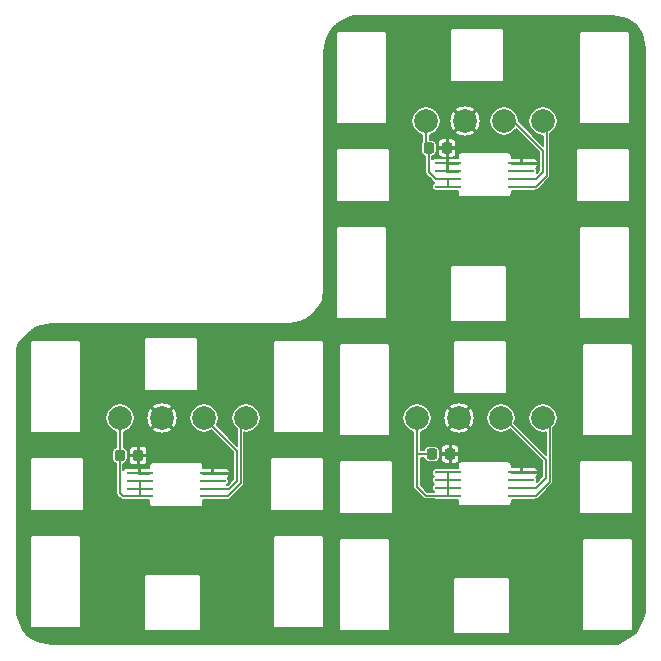
<source format=gbr>
%TF.GenerationSoftware,KiCad,Pcbnew,(5.1.10)-1*%
%TF.CreationDate,2023-09-11T17:59:31-05:00*%
%TF.ProjectId,perovskite_contact_board,7065726f-7673-46b6-9974-655f636f6e74,V3*%
%TF.SameCoordinates,Original*%
%TF.FileFunction,Copper,L2,Bot*%
%TF.FilePolarity,Positive*%
%FSLAX46Y46*%
G04 Gerber Fmt 4.6, Leading zero omitted, Abs format (unit mm)*
G04 Created by KiCad (PCBNEW (5.1.10)-1) date 2023-09-11 17:59:31*
%MOMM*%
%LPD*%
G01*
G04 APERTURE LIST*
%TA.AperFunction,SMDPad,CuDef*%
%ADD10C,2.000000*%
%TD*%
%TA.AperFunction,SMDPad,CuDef*%
%ADD11R,2.200000X0.220000*%
%TD*%
%TA.AperFunction,Conductor*%
%ADD12C,0.152400*%
%TD*%
%TA.AperFunction,Conductor*%
%ADD13C,0.100000*%
%TD*%
G04 APERTURE END LIST*
%TO.P,C5,2*%
%TO.N,GND*%
%TA.AperFunction,SMDPad,CuDef*%
G36*
G01*
X159583000Y-108200000D02*
X159583000Y-107700000D01*
G75*
G02*
X159808000Y-107475000I225000J0D01*
G01*
X160258000Y-107475000D01*
G75*
G02*
X160483000Y-107700000I0J-225000D01*
G01*
X160483000Y-108200000D01*
G75*
G02*
X160258000Y-108425000I-225000J0D01*
G01*
X159808000Y-108425000D01*
G75*
G02*
X159583000Y-108200000I0J225000D01*
G01*
G37*
%TD.AperFunction*%
%TO.P,C5,1*%
%TO.N,VDDF*%
%TA.AperFunction,SMDPad,CuDef*%
G36*
G01*
X158033000Y-108200000D02*
X158033000Y-107700000D01*
G75*
G02*
X158258000Y-107475000I225000J0D01*
G01*
X158708000Y-107475000D01*
G75*
G02*
X158933000Y-107700000I0J-225000D01*
G01*
X158933000Y-108200000D01*
G75*
G02*
X158708000Y-108425000I-225000J0D01*
G01*
X158258000Y-108425000D01*
G75*
G02*
X158033000Y-108200000I0J225000D01*
G01*
G37*
%TD.AperFunction*%
%TD*%
%TO.P,C4,2*%
%TO.N,GND*%
%TA.AperFunction,SMDPad,CuDef*%
G36*
G01*
X133167000Y-108327000D02*
X133167000Y-107827000D01*
G75*
G02*
X133392000Y-107602000I225000J0D01*
G01*
X133842000Y-107602000D01*
G75*
G02*
X134067000Y-107827000I0J-225000D01*
G01*
X134067000Y-108327000D01*
G75*
G02*
X133842000Y-108552000I-225000J0D01*
G01*
X133392000Y-108552000D01*
G75*
G02*
X133167000Y-108327000I0J225000D01*
G01*
G37*
%TD.AperFunction*%
%TO.P,C4,1*%
%TO.N,VDDA*%
%TA.AperFunction,SMDPad,CuDef*%
G36*
G01*
X131617000Y-108327000D02*
X131617000Y-107827000D01*
G75*
G02*
X131842000Y-107602000I225000J0D01*
G01*
X132292000Y-107602000D01*
G75*
G02*
X132517000Y-107827000I0J-225000D01*
G01*
X132517000Y-108327000D01*
G75*
G02*
X132292000Y-108552000I-225000J0D01*
G01*
X131842000Y-108552000D01*
G75*
G02*
X131617000Y-108327000I0J225000D01*
G01*
G37*
%TD.AperFunction*%
%TD*%
%TO.P,C3,2*%
%TO.N,GND*%
%TA.AperFunction,SMDPad,CuDef*%
G36*
G01*
X159329000Y-82292000D02*
X159329000Y-81792000D01*
G75*
G02*
X159554000Y-81567000I225000J0D01*
G01*
X160004000Y-81567000D01*
G75*
G02*
X160229000Y-81792000I0J-225000D01*
G01*
X160229000Y-82292000D01*
G75*
G02*
X160004000Y-82517000I-225000J0D01*
G01*
X159554000Y-82517000D01*
G75*
G02*
X159329000Y-82292000I0J225000D01*
G01*
G37*
%TD.AperFunction*%
%TO.P,C3,1*%
%TO.N,VDD*%
%TA.AperFunction,SMDPad,CuDef*%
G36*
G01*
X157779000Y-82292000D02*
X157779000Y-81792000D01*
G75*
G02*
X158004000Y-81567000I225000J0D01*
G01*
X158454000Y-81567000D01*
G75*
G02*
X158679000Y-81792000I0J-225000D01*
G01*
X158679000Y-82292000D01*
G75*
G02*
X158454000Y-82517000I-225000J0D01*
G01*
X158004000Y-82517000D01*
G75*
G02*
X157779000Y-82292000I0J225000D01*
G01*
G37*
%TD.AperFunction*%
%TD*%
D10*
%TO.P,JP103.8,1*%
%TO.N,SDA2*%
X142748000Y-104902000D03*
%TD*%
%TO.P,JP103.11,1*%
%TO.N,SCL3*%
X164338000Y-104902000D03*
%TD*%
%TO.P,JP103.7,1*%
%TO.N,SCL2*%
X139192000Y-104902000D03*
%TD*%
%TO.P,JP103.10,1*%
%TO.N,VDDF*%
X157226000Y-104902000D03*
%TD*%
%TO.P,JP103.6,1*%
%TO.N,VDDA*%
X132080000Y-104902000D03*
%TD*%
%TO.P,JP103.12,1*%
%TO.N,SDA3*%
X167894000Y-104902000D03*
%TD*%
%TO.P,JP103.5,1*%
%TO.N,GND*%
X135636000Y-104902000D03*
%TD*%
%TO.P,JP103.9,1*%
%TO.N,GND*%
X160782000Y-104902000D03*
%TD*%
%TO.P,JP103.4,1*%
%TO.N,SDA1*%
X167894000Y-79756000D03*
%TD*%
%TO.P,JP103.3,1*%
%TO.N,SCL1*%
X164592000Y-79756000D03*
%TD*%
%TO.P,JP103.2,1*%
%TO.N,VDD*%
X157988000Y-79756000D03*
%TD*%
%TO.P,JP103.1,1*%
%TO.N,GND*%
X161290000Y-79756000D03*
%TD*%
D11*
%TO.P,U6,5*%
%TO.N,VDDF*%
X159841000Y-109515000D03*
%TO.P,U6,4*%
%TO.N,GND*%
X166041000Y-109515000D03*
%TO.P,U6,6*%
%TO.N,VDDF*%
X159841000Y-110165000D03*
%TO.P,U6,3*%
%TO.N,Net-(U6-Pad3)*%
X166041000Y-110165000D03*
%TO.P,U6,7*%
%TO.N,VDDF*%
X159841000Y-110815000D03*
%TO.P,U6,2*%
%TO.N,SCL3*%
X166041000Y-110815000D03*
%TO.P,U6,8*%
%TO.N,VDDF*%
X159841000Y-111465000D03*
%TO.P,U6,1*%
%TO.N,SDA3*%
X166041000Y-111465000D03*
%TD*%
%TO.P,U5,5*%
%TO.N,GND*%
X133742500Y-109578500D03*
%TO.P,U5,4*%
X139942500Y-109578500D03*
%TO.P,U5,6*%
%TO.N,VDDA*%
X133742500Y-110228500D03*
%TO.P,U5,3*%
%TO.N,Net-(U5-Pad3)*%
X139942500Y-110228500D03*
%TO.P,U5,7*%
%TO.N,VDDA*%
X133742500Y-110878500D03*
%TO.P,U5,2*%
%TO.N,SCL2*%
X139942500Y-110878500D03*
%TO.P,U5,8*%
%TO.N,VDDA*%
X133742500Y-111528500D03*
%TO.P,U5,1*%
%TO.N,SDA2*%
X139942500Y-111528500D03*
%TD*%
%TO.P,U4,5*%
%TO.N,GND*%
X159841000Y-83353000D03*
%TO.P,U4,4*%
X166041000Y-83353000D03*
%TO.P,U4,6*%
X159841000Y-84003000D03*
%TO.P,U4,3*%
%TO.N,Net-(U4-Pad3)*%
X166041000Y-84003000D03*
%TO.P,U4,7*%
%TO.N,VDD*%
X159841000Y-84653000D03*
%TO.P,U4,2*%
%TO.N,SCL1*%
X166041000Y-84653000D03*
%TO.P,U4,8*%
%TO.N,VDD*%
X159841000Y-85303000D03*
%TO.P,U4,1*%
%TO.N,SDA1*%
X166041000Y-85303000D03*
%TD*%
D12*
%TO.N,GND*%
X159841000Y-82104000D02*
X159779000Y-82042000D01*
X159841000Y-84003000D02*
X159841000Y-82104000D01*
%TO.N,VDD*%
X157988000Y-81801000D02*
X158229000Y-82042000D01*
X157988000Y-79756000D02*
X157988000Y-81801000D01*
X159841000Y-85303000D02*
X159841000Y-84653000D01*
X159841000Y-84653000D02*
X158821000Y-84653000D01*
X158229000Y-84061000D02*
X158229000Y-82042000D01*
X158821000Y-84653000D02*
X158229000Y-84061000D01*
%TO.N,SCL3*%
X167293400Y-110815000D02*
X168148000Y-109960400D01*
X166041000Y-110815000D02*
X167293400Y-110815000D01*
X168148000Y-109960400D02*
X168148000Y-108458000D01*
X164592000Y-104902000D02*
X164338000Y-104902000D01*
X168148000Y-108458000D02*
X164592000Y-104902000D01*
%TO.N,SDA1*%
X167293400Y-85303000D02*
X168198810Y-84397590D01*
X166041000Y-85303000D02*
X167293400Y-85303000D01*
X168198810Y-80060810D02*
X167894000Y-79756000D01*
X168198810Y-84397590D02*
X168198810Y-80060810D01*
%TO.N,VDDA*%
X132080000Y-108064000D02*
X132067000Y-108077000D01*
X132080000Y-104902000D02*
X132080000Y-108064000D01*
X132067000Y-108077000D02*
X132067000Y-111239000D01*
X132356500Y-111528500D02*
X133742500Y-111528500D01*
X132067000Y-111239000D02*
X132356500Y-111528500D01*
X133742500Y-111528500D02*
X133742500Y-110228500D01*
%TO.N,VDDF*%
X157947000Y-111465000D02*
X159841000Y-111465000D01*
X157226000Y-110744000D02*
X157947000Y-111465000D01*
X158483000Y-107950000D02*
X157226000Y-107950000D01*
X157226000Y-107950000D02*
X157226000Y-110744000D01*
X157226000Y-104902000D02*
X157226000Y-107950000D01*
X159841000Y-111465000D02*
X159841000Y-109515000D01*
%TO.N,SCL2*%
X139942500Y-110878500D02*
X141343500Y-110878500D01*
X141343500Y-110878500D02*
X141986000Y-110236000D01*
X141986000Y-107696000D02*
X139192000Y-104902000D01*
X141986000Y-110236000D02*
X141986000Y-107696000D01*
%TO.N,SDA2*%
X141194900Y-111528500D02*
X142290810Y-110432590D01*
X139942500Y-111528500D02*
X141194900Y-111528500D01*
X142290810Y-105359190D02*
X142748000Y-104902000D01*
X142290810Y-110432590D02*
X142290810Y-105359190D01*
%TO.N,SDA3*%
X167293400Y-111465000D02*
X168452810Y-110305590D01*
X166041000Y-111465000D02*
X167293400Y-111465000D01*
X168452810Y-105460810D02*
X167894000Y-104902000D01*
X168452810Y-110305590D02*
X168452810Y-105460810D01*
%TO.N,SCL1*%
X167293400Y-84653000D02*
X167894000Y-84052400D01*
X166041000Y-84653000D02*
X167293400Y-84653000D01*
X167894000Y-84052400D02*
X167894000Y-82296000D01*
X165354000Y-79756000D02*
X164592000Y-79756000D01*
X167894000Y-82296000D02*
X165354000Y-79756000D01*
%TD*%
%TO.N,GND*%
X175039543Y-71128109D02*
X175776552Y-71619448D01*
X176267736Y-72356226D01*
X176517300Y-73604013D01*
X176517300Y-121336133D01*
X176268917Y-122081283D01*
X176017648Y-122584391D01*
X175772407Y-123074317D01*
X174284749Y-124066300D01*
X126309044Y-124066300D01*
X125061225Y-123816736D01*
X124318050Y-123321286D01*
X123826441Y-122829677D01*
X123329700Y-121587825D01*
X123329700Y-115062000D01*
X124434052Y-115062000D01*
X124435401Y-115075697D01*
X124435400Y-122414313D01*
X124434052Y-122428000D01*
X124439431Y-122482615D01*
X124455362Y-122535131D01*
X124468002Y-122558779D01*
X124481232Y-122583531D01*
X124516047Y-122625953D01*
X124558469Y-122660768D01*
X124606869Y-122686638D01*
X124659385Y-122702569D01*
X124714000Y-122707948D01*
X124727686Y-122706600D01*
X128510314Y-122706600D01*
X128524000Y-122707948D01*
X128578615Y-122702569D01*
X128631131Y-122686638D01*
X128679531Y-122660768D01*
X128721953Y-122625953D01*
X128756768Y-122583531D01*
X128782638Y-122535131D01*
X128798569Y-122482615D01*
X128802600Y-122441687D01*
X128802600Y-122441686D01*
X128803948Y-122428000D01*
X128802600Y-122414313D01*
X128802600Y-118364000D01*
X134086052Y-118364000D01*
X134087401Y-118377697D01*
X134087400Y-122668313D01*
X134086052Y-122682000D01*
X134091431Y-122736615D01*
X134107362Y-122789131D01*
X134121708Y-122815971D01*
X134133232Y-122837531D01*
X134168047Y-122879953D01*
X134210469Y-122914768D01*
X134258869Y-122940638D01*
X134311385Y-122956569D01*
X134366000Y-122961948D01*
X134379686Y-122960600D01*
X138670314Y-122960600D01*
X138684000Y-122961948D01*
X138738615Y-122956569D01*
X138791131Y-122940638D01*
X138839531Y-122914768D01*
X138881953Y-122879953D01*
X138916768Y-122837531D01*
X138942638Y-122789131D01*
X138958569Y-122736615D01*
X138962600Y-122695687D01*
X138962600Y-122695686D01*
X138963948Y-122682000D01*
X138962600Y-122668313D01*
X138962600Y-118377687D01*
X138963948Y-118364000D01*
X138958569Y-118309385D01*
X138942638Y-118256869D01*
X138916768Y-118208469D01*
X138881953Y-118166047D01*
X138839531Y-118131232D01*
X138791131Y-118105362D01*
X138738615Y-118089431D01*
X138697687Y-118085400D01*
X138697686Y-118085400D01*
X138684000Y-118084052D01*
X138670313Y-118085400D01*
X134379687Y-118085400D01*
X134366000Y-118084052D01*
X134352314Y-118085400D01*
X134352313Y-118085400D01*
X134311385Y-118089431D01*
X134258869Y-118105362D01*
X134210469Y-118131232D01*
X134168047Y-118166047D01*
X134133232Y-118208469D01*
X134107362Y-118256869D01*
X134091431Y-118309385D01*
X134086052Y-118364000D01*
X128802600Y-118364000D01*
X128802600Y-115075687D01*
X128803948Y-115062000D01*
X145008052Y-115062000D01*
X145009401Y-115075697D01*
X145009400Y-122414313D01*
X145008052Y-122428000D01*
X145013431Y-122482615D01*
X145029362Y-122535131D01*
X145042002Y-122558779D01*
X145055232Y-122583531D01*
X145090047Y-122625953D01*
X145132469Y-122660768D01*
X145180869Y-122686638D01*
X145233385Y-122702569D01*
X145288000Y-122707948D01*
X145301686Y-122706600D01*
X149084314Y-122706600D01*
X149098000Y-122707948D01*
X149152615Y-122702569D01*
X149205131Y-122686638D01*
X149253531Y-122660768D01*
X149295953Y-122625953D01*
X149330768Y-122583531D01*
X149356638Y-122535131D01*
X149372569Y-122482615D01*
X149376600Y-122441687D01*
X149376600Y-122441686D01*
X149377948Y-122428000D01*
X149376600Y-122414313D01*
X149376600Y-115316000D01*
X150596052Y-115316000D01*
X150597401Y-115329697D01*
X150597400Y-122668313D01*
X150596052Y-122682000D01*
X150601431Y-122736615D01*
X150617362Y-122789131D01*
X150631708Y-122815971D01*
X150643232Y-122837531D01*
X150678047Y-122879953D01*
X150720469Y-122914768D01*
X150768869Y-122940638D01*
X150821385Y-122956569D01*
X150876000Y-122961948D01*
X150889686Y-122960600D01*
X154672314Y-122960600D01*
X154686000Y-122961948D01*
X154740615Y-122956569D01*
X154793131Y-122940638D01*
X154841531Y-122914768D01*
X154883953Y-122879953D01*
X154918768Y-122837531D01*
X154944638Y-122789131D01*
X154960569Y-122736615D01*
X154964600Y-122695687D01*
X154964600Y-122695686D01*
X154965948Y-122682000D01*
X154964600Y-122668313D01*
X154964600Y-118618000D01*
X160248052Y-118618000D01*
X160249401Y-118631697D01*
X160249400Y-122922313D01*
X160248052Y-122936000D01*
X160253431Y-122990615D01*
X160269362Y-123043131D01*
X160281486Y-123065813D01*
X160295232Y-123091531D01*
X160330047Y-123133953D01*
X160372469Y-123168768D01*
X160420869Y-123194638D01*
X160473385Y-123210569D01*
X160528000Y-123215948D01*
X160541686Y-123214600D01*
X164832314Y-123214600D01*
X164846000Y-123215948D01*
X164900615Y-123210569D01*
X164953131Y-123194638D01*
X165001531Y-123168768D01*
X165043953Y-123133953D01*
X165078768Y-123091531D01*
X165104638Y-123043131D01*
X165120569Y-122990615D01*
X165124600Y-122949687D01*
X165124600Y-122949686D01*
X165125948Y-122936000D01*
X165124600Y-122922313D01*
X165124600Y-118631687D01*
X165125948Y-118618000D01*
X165120569Y-118563385D01*
X165104638Y-118510869D01*
X165078768Y-118462469D01*
X165043953Y-118420047D01*
X165001531Y-118385232D01*
X164953131Y-118359362D01*
X164900615Y-118343431D01*
X164859687Y-118339400D01*
X164859686Y-118339400D01*
X164846000Y-118338052D01*
X164832313Y-118339400D01*
X160541687Y-118339400D01*
X160528000Y-118338052D01*
X160514314Y-118339400D01*
X160514313Y-118339400D01*
X160473385Y-118343431D01*
X160420869Y-118359362D01*
X160372469Y-118385232D01*
X160330047Y-118420047D01*
X160295232Y-118462469D01*
X160269362Y-118510869D01*
X160253431Y-118563385D01*
X160248052Y-118618000D01*
X154964600Y-118618000D01*
X154964600Y-115329687D01*
X154965948Y-115316000D01*
X171170052Y-115316000D01*
X171171401Y-115329697D01*
X171171400Y-122668313D01*
X171170052Y-122682000D01*
X171175431Y-122736615D01*
X171191362Y-122789131D01*
X171205708Y-122815971D01*
X171217232Y-122837531D01*
X171252047Y-122879953D01*
X171294469Y-122914768D01*
X171342869Y-122940638D01*
X171395385Y-122956569D01*
X171450000Y-122961948D01*
X171463686Y-122960600D01*
X175246314Y-122960600D01*
X175260000Y-122961948D01*
X175314615Y-122956569D01*
X175367131Y-122940638D01*
X175415531Y-122914768D01*
X175457953Y-122879953D01*
X175492768Y-122837531D01*
X175518638Y-122789131D01*
X175534569Y-122736615D01*
X175538600Y-122695687D01*
X175538600Y-122695686D01*
X175539948Y-122682000D01*
X175538600Y-122668313D01*
X175538600Y-115329687D01*
X175539948Y-115316000D01*
X175534569Y-115261385D01*
X175518638Y-115208869D01*
X175492768Y-115160469D01*
X175457953Y-115118047D01*
X175415531Y-115083232D01*
X175367131Y-115057362D01*
X175314615Y-115041431D01*
X175273687Y-115037400D01*
X175273686Y-115037400D01*
X175260000Y-115036052D01*
X175246313Y-115037400D01*
X171463687Y-115037400D01*
X171450000Y-115036052D01*
X171436314Y-115037400D01*
X171436313Y-115037400D01*
X171395385Y-115041431D01*
X171342869Y-115057362D01*
X171294469Y-115083232D01*
X171252047Y-115118047D01*
X171217232Y-115160469D01*
X171191362Y-115208869D01*
X171175431Y-115261385D01*
X171170052Y-115316000D01*
X154965948Y-115316000D01*
X154960569Y-115261385D01*
X154944638Y-115208869D01*
X154918768Y-115160469D01*
X154883953Y-115118047D01*
X154841531Y-115083232D01*
X154793131Y-115057362D01*
X154740615Y-115041431D01*
X154699687Y-115037400D01*
X154699686Y-115037400D01*
X154686000Y-115036052D01*
X154672313Y-115037400D01*
X150889687Y-115037400D01*
X150876000Y-115036052D01*
X150862314Y-115037400D01*
X150862313Y-115037400D01*
X150821385Y-115041431D01*
X150768869Y-115057362D01*
X150720469Y-115083232D01*
X150678047Y-115118047D01*
X150643232Y-115160469D01*
X150617362Y-115208869D01*
X150601431Y-115261385D01*
X150596052Y-115316000D01*
X149376600Y-115316000D01*
X149376600Y-115075687D01*
X149377948Y-115062000D01*
X149372569Y-115007385D01*
X149356638Y-114954869D01*
X149330768Y-114906469D01*
X149295953Y-114864047D01*
X149253531Y-114829232D01*
X149205131Y-114803362D01*
X149152615Y-114787431D01*
X149111687Y-114783400D01*
X149111686Y-114783400D01*
X149098000Y-114782052D01*
X149084313Y-114783400D01*
X145301687Y-114783400D01*
X145288000Y-114782052D01*
X145274314Y-114783400D01*
X145274313Y-114783400D01*
X145233385Y-114787431D01*
X145180869Y-114803362D01*
X145132469Y-114829232D01*
X145090047Y-114864047D01*
X145055232Y-114906469D01*
X145029362Y-114954869D01*
X145013431Y-115007385D01*
X145008052Y-115062000D01*
X128803948Y-115062000D01*
X128798569Y-115007385D01*
X128782638Y-114954869D01*
X128756768Y-114906469D01*
X128721953Y-114864047D01*
X128679531Y-114829232D01*
X128631131Y-114803362D01*
X128578615Y-114787431D01*
X128537687Y-114783400D01*
X128537686Y-114783400D01*
X128524000Y-114782052D01*
X128510313Y-114783400D01*
X124727687Y-114783400D01*
X124714000Y-114782052D01*
X124700314Y-114783400D01*
X124700313Y-114783400D01*
X124659385Y-114787431D01*
X124606869Y-114803362D01*
X124558469Y-114829232D01*
X124516047Y-114864047D01*
X124481232Y-114906469D01*
X124455362Y-114954869D01*
X124439431Y-115007385D01*
X124434052Y-115062000D01*
X123329700Y-115062000D01*
X123329700Y-108458000D01*
X124434052Y-108458000D01*
X124435400Y-108471687D01*
X124435400Y-108725686D01*
X124435401Y-108725696D01*
X124435400Y-112508313D01*
X124434052Y-112522000D01*
X124439431Y-112576615D01*
X124455362Y-112629131D01*
X124476602Y-112668869D01*
X124481232Y-112677531D01*
X124516047Y-112719953D01*
X124558469Y-112754768D01*
X124606869Y-112780638D01*
X124659385Y-112796569D01*
X124714000Y-112801948D01*
X124727686Y-112800600D01*
X128764314Y-112800600D01*
X128778000Y-112801948D01*
X128832615Y-112796569D01*
X128885131Y-112780638D01*
X128933531Y-112754768D01*
X128975953Y-112719953D01*
X129010768Y-112677531D01*
X129036638Y-112629131D01*
X129052569Y-112576615D01*
X129056600Y-112535687D01*
X129056600Y-112535686D01*
X129057948Y-112522000D01*
X129056600Y-112508313D01*
X129056600Y-108471687D01*
X129057948Y-108458000D01*
X129052569Y-108403385D01*
X129036638Y-108350869D01*
X129010768Y-108302469D01*
X128975953Y-108260047D01*
X128933531Y-108225232D01*
X128885131Y-108199362D01*
X128832615Y-108183431D01*
X128791687Y-108179400D01*
X128791686Y-108179400D01*
X128778000Y-108178052D01*
X128764313Y-108179400D01*
X124727687Y-108179400D01*
X124714000Y-108178052D01*
X124700314Y-108179400D01*
X124700313Y-108179400D01*
X124659385Y-108183431D01*
X124606869Y-108199362D01*
X124558469Y-108225232D01*
X124516047Y-108260047D01*
X124481232Y-108302469D01*
X124455362Y-108350869D01*
X124439431Y-108403385D01*
X124434052Y-108458000D01*
X123329700Y-108458000D01*
X123329700Y-99014488D01*
X123560944Y-98552000D01*
X124434052Y-98552000D01*
X124435401Y-98565697D01*
X124435400Y-105904313D01*
X124434052Y-105918000D01*
X124439431Y-105972615D01*
X124455362Y-106025131D01*
X124476602Y-106064869D01*
X124481232Y-106073531D01*
X124516047Y-106115953D01*
X124558469Y-106150768D01*
X124606869Y-106176638D01*
X124659385Y-106192569D01*
X124714000Y-106197948D01*
X124727686Y-106196600D01*
X128510314Y-106196600D01*
X128524000Y-106197948D01*
X128578615Y-106192569D01*
X128631131Y-106176638D01*
X128679531Y-106150768D01*
X128721953Y-106115953D01*
X128756768Y-106073531D01*
X128782638Y-106025131D01*
X128798569Y-105972615D01*
X128802600Y-105931687D01*
X128802600Y-105931686D01*
X128803948Y-105918000D01*
X128802600Y-105904313D01*
X128802600Y-104780993D01*
X130851400Y-104780993D01*
X130851400Y-105023007D01*
X130898614Y-105260369D01*
X130991229Y-105483960D01*
X131125684Y-105685187D01*
X131296813Y-105856316D01*
X131498040Y-105990771D01*
X131721631Y-106083386D01*
X131775200Y-106094042D01*
X131775201Y-107378873D01*
X131753291Y-107381031D01*
X131667992Y-107406906D01*
X131589379Y-107448926D01*
X131520474Y-107505474D01*
X131463926Y-107574379D01*
X131421906Y-107652992D01*
X131396031Y-107738291D01*
X131387294Y-107827000D01*
X131387294Y-108327000D01*
X131396031Y-108415709D01*
X131421906Y-108501008D01*
X131463926Y-108579621D01*
X131520474Y-108648526D01*
X131589379Y-108705074D01*
X131667992Y-108747094D01*
X131753291Y-108772969D01*
X131762200Y-108773846D01*
X131762201Y-111224032D01*
X131760727Y-111239000D01*
X131766611Y-111298751D01*
X131784040Y-111356205D01*
X131793384Y-111373687D01*
X131812343Y-111409157D01*
X131850433Y-111455568D01*
X131862056Y-111465107D01*
X132130392Y-111733444D01*
X132139932Y-111745068D01*
X132186343Y-111783158D01*
X132219588Y-111800927D01*
X132239294Y-111811460D01*
X132296748Y-111828889D01*
X132301903Y-111829397D01*
X132341534Y-111833300D01*
X132341542Y-111833300D01*
X132356500Y-111834773D01*
X132371458Y-111833300D01*
X132522003Y-111833300D01*
X132554595Y-111850721D01*
X132597687Y-111863792D01*
X132642500Y-111868206D01*
X134556901Y-111868206D01*
X134556901Y-112192031D01*
X134555673Y-112204500D01*
X134560569Y-112254214D01*
X134575071Y-112302018D01*
X134598619Y-112346074D01*
X134630310Y-112384690D01*
X134668926Y-112416381D01*
X134712982Y-112439929D01*
X134760786Y-112454431D01*
X134798041Y-112458100D01*
X134810500Y-112459327D01*
X134822959Y-112458100D01*
X138862041Y-112458100D01*
X138874500Y-112459327D01*
X138886959Y-112458100D01*
X138924214Y-112454431D01*
X138972018Y-112439929D01*
X139016074Y-112416381D01*
X139054690Y-112384690D01*
X139086381Y-112346074D01*
X139109929Y-112302018D01*
X139124431Y-112254214D01*
X139129327Y-112204500D01*
X139128100Y-112192041D01*
X139128100Y-111868206D01*
X141042500Y-111868206D01*
X141087313Y-111863792D01*
X141130405Y-111850721D01*
X141162997Y-111833300D01*
X141179942Y-111833300D01*
X141194900Y-111834773D01*
X141209858Y-111833300D01*
X141209866Y-111833300D01*
X141254651Y-111828889D01*
X141312106Y-111811460D01*
X141365057Y-111783158D01*
X141411468Y-111745068D01*
X141421012Y-111733439D01*
X142495755Y-110658697D01*
X142507378Y-110649158D01*
X142545468Y-110602747D01*
X142573770Y-110549796D01*
X142573770Y-110549795D01*
X142591199Y-110492342D01*
X142592878Y-110475294D01*
X142595610Y-110447556D01*
X142595610Y-110447548D01*
X142597083Y-110432590D01*
X142595610Y-110417632D01*
X142595610Y-108458000D01*
X144754052Y-108458000D01*
X144755400Y-108471687D01*
X144755401Y-112508303D01*
X144754052Y-112522000D01*
X144759431Y-112576615D01*
X144775362Y-112629131D01*
X144801232Y-112677531D01*
X144836047Y-112719953D01*
X144878469Y-112754768D01*
X144926869Y-112780638D01*
X144979385Y-112796569D01*
X145020313Y-112800600D01*
X145020314Y-112800600D01*
X145034000Y-112801948D01*
X145047687Y-112800600D01*
X149084313Y-112800600D01*
X149098000Y-112801948D01*
X149111686Y-112800600D01*
X149111687Y-112800600D01*
X149152615Y-112796569D01*
X149205131Y-112780638D01*
X149253531Y-112754768D01*
X149295953Y-112719953D01*
X149330768Y-112677531D01*
X149356638Y-112629131D01*
X149372569Y-112576615D01*
X149377948Y-112522000D01*
X149376600Y-112508313D01*
X149376600Y-108712000D01*
X150596052Y-108712000D01*
X150597400Y-108725686D01*
X150597400Y-108979686D01*
X150597401Y-108979696D01*
X150597400Y-112762313D01*
X150596052Y-112776000D01*
X150601431Y-112830615D01*
X150617362Y-112883131D01*
X150643232Y-112931531D01*
X150678047Y-112973953D01*
X150720469Y-113008768D01*
X150768869Y-113034638D01*
X150821385Y-113050569D01*
X150876000Y-113055948D01*
X150889686Y-113054600D01*
X154926314Y-113054600D01*
X154940000Y-113055948D01*
X154994615Y-113050569D01*
X155047131Y-113034638D01*
X155095531Y-113008768D01*
X155137953Y-112973953D01*
X155172768Y-112931531D01*
X155198638Y-112883131D01*
X155214569Y-112830615D01*
X155218600Y-112789687D01*
X155218600Y-112789686D01*
X155219948Y-112776000D01*
X155218600Y-112762313D01*
X155218600Y-108725686D01*
X155219948Y-108712000D01*
X155214569Y-108657385D01*
X155198638Y-108604869D01*
X155172768Y-108556469D01*
X155137953Y-108514047D01*
X155095531Y-108479232D01*
X155047131Y-108453362D01*
X154994615Y-108437431D01*
X154953687Y-108433400D01*
X154953686Y-108433400D01*
X154940000Y-108432052D01*
X154926313Y-108433400D01*
X150889687Y-108433400D01*
X150876000Y-108432052D01*
X150862314Y-108433400D01*
X150862313Y-108433400D01*
X150821385Y-108437431D01*
X150768869Y-108453362D01*
X150720469Y-108479232D01*
X150678047Y-108514047D01*
X150643232Y-108556469D01*
X150617362Y-108604869D01*
X150601431Y-108657385D01*
X150596052Y-108712000D01*
X149376600Y-108712000D01*
X149376600Y-108471687D01*
X149377948Y-108458000D01*
X149372569Y-108403385D01*
X149356638Y-108350869D01*
X149330768Y-108302469D01*
X149295953Y-108260047D01*
X149253531Y-108225232D01*
X149205131Y-108199362D01*
X149152615Y-108183431D01*
X149111687Y-108179400D01*
X149098000Y-108178052D01*
X149084314Y-108179400D01*
X145047686Y-108179400D01*
X145034000Y-108178052D01*
X145020313Y-108179400D01*
X144979385Y-108183431D01*
X144926869Y-108199362D01*
X144878469Y-108225232D01*
X144836047Y-108260047D01*
X144801232Y-108302469D01*
X144775362Y-108350869D01*
X144759431Y-108403385D01*
X144754052Y-108458000D01*
X142595610Y-108458000D01*
X142595610Y-106124358D01*
X142626993Y-106130600D01*
X142869007Y-106130600D01*
X143106369Y-106083386D01*
X143329960Y-105990771D01*
X143531187Y-105856316D01*
X143702316Y-105685187D01*
X143836771Y-105483960D01*
X143929386Y-105260369D01*
X143976600Y-105023007D01*
X143976600Y-104780993D01*
X143929386Y-104543631D01*
X143836771Y-104320040D01*
X143702316Y-104118813D01*
X143531187Y-103947684D01*
X143329960Y-103813229D01*
X143106369Y-103720614D01*
X142869007Y-103673400D01*
X142626993Y-103673400D01*
X142389631Y-103720614D01*
X142166040Y-103813229D01*
X141964813Y-103947684D01*
X141793684Y-104118813D01*
X141659229Y-104320040D01*
X141566614Y-104543631D01*
X141519400Y-104780993D01*
X141519400Y-105023007D01*
X141566614Y-105260369D01*
X141659229Y-105483960D01*
X141793684Y-105685187D01*
X141964813Y-105856316D01*
X141986011Y-105870480D01*
X141986011Y-107264959D01*
X140250426Y-105529375D01*
X140280771Y-105483960D01*
X140373386Y-105260369D01*
X140420600Y-105023007D01*
X140420600Y-104780993D01*
X140373386Y-104543631D01*
X140280771Y-104320040D01*
X140146316Y-104118813D01*
X139975187Y-103947684D01*
X139773960Y-103813229D01*
X139550369Y-103720614D01*
X139313007Y-103673400D01*
X139070993Y-103673400D01*
X138833631Y-103720614D01*
X138610040Y-103813229D01*
X138408813Y-103947684D01*
X138237684Y-104118813D01*
X138103229Y-104320040D01*
X138010614Y-104543631D01*
X137963400Y-104780993D01*
X137963400Y-105023007D01*
X138010614Y-105260369D01*
X138103229Y-105483960D01*
X138237684Y-105685187D01*
X138408813Y-105856316D01*
X138610040Y-105990771D01*
X138833631Y-106083386D01*
X139070993Y-106130600D01*
X139313007Y-106130600D01*
X139550369Y-106083386D01*
X139773960Y-105990771D01*
X139819375Y-105960426D01*
X141681201Y-107822253D01*
X141681200Y-110109748D01*
X141217249Y-110573700D01*
X141162997Y-110573700D01*
X141130405Y-110556279D01*
X141121243Y-110553500D01*
X141130405Y-110550721D01*
X141170118Y-110529494D01*
X141204927Y-110500927D01*
X141233494Y-110466118D01*
X141254721Y-110426405D01*
X141267792Y-110383313D01*
X141272206Y-110338500D01*
X141272206Y-110118500D01*
X141267792Y-110073687D01*
X141254721Y-110030595D01*
X141233494Y-109990882D01*
X141216381Y-109970029D01*
X141226144Y-109964842D01*
X141276527Y-109923705D01*
X141317916Y-109873529D01*
X141348722Y-109816243D01*
X141367759Y-109754047D01*
X141372700Y-109694850D01*
X141290150Y-109612300D01*
X139993300Y-109612300D01*
X139993300Y-109649300D01*
X139891700Y-109649300D01*
X139891700Y-109612300D01*
X139128100Y-109612300D01*
X139128100Y-109544700D01*
X139891700Y-109544700D01*
X139891700Y-109220850D01*
X139993300Y-109220850D01*
X139993300Y-109544700D01*
X141290150Y-109544700D01*
X141372700Y-109462150D01*
X141367759Y-109402953D01*
X141348722Y-109340757D01*
X141317916Y-109283471D01*
X141276527Y-109233295D01*
X141226144Y-109192158D01*
X141168704Y-109161641D01*
X141106414Y-109142916D01*
X141041667Y-109136703D01*
X140075850Y-109138300D01*
X139993300Y-109220850D01*
X139891700Y-109220850D01*
X139809150Y-109138300D01*
X139128100Y-109137174D01*
X139128100Y-108914959D01*
X139129327Y-108902500D01*
X139124431Y-108852786D01*
X139109929Y-108804982D01*
X139086381Y-108760926D01*
X139054690Y-108722310D01*
X139016074Y-108690619D01*
X138972018Y-108667071D01*
X138924214Y-108652569D01*
X138886959Y-108648900D01*
X138874500Y-108647673D01*
X138862041Y-108648900D01*
X134822959Y-108648900D01*
X134810500Y-108647673D01*
X134798041Y-108648900D01*
X134760786Y-108652569D01*
X134712982Y-108667071D01*
X134668926Y-108690619D01*
X134630310Y-108722310D01*
X134598619Y-108760926D01*
X134575071Y-108804982D01*
X134560569Y-108852786D01*
X134555673Y-108902500D01*
X134556900Y-108914959D01*
X134556900Y-109137174D01*
X133875850Y-109138300D01*
X133793300Y-109220850D01*
X133793300Y-109544700D01*
X134556900Y-109544700D01*
X134556900Y-109612300D01*
X133793300Y-109612300D01*
X133793300Y-109649300D01*
X133691700Y-109649300D01*
X133691700Y-109612300D01*
X133671700Y-109612300D01*
X133671700Y-109544700D01*
X133691700Y-109544700D01*
X133691700Y-109220850D01*
X133609150Y-109138300D01*
X132643333Y-109136703D01*
X132578586Y-109142916D01*
X132516296Y-109161641D01*
X132458856Y-109192158D01*
X132408473Y-109233295D01*
X132371800Y-109277754D01*
X132371800Y-108773846D01*
X132380709Y-108772969D01*
X132466008Y-108747094D01*
X132544621Y-108705074D01*
X132613526Y-108648526D01*
X132670074Y-108579621D01*
X132684837Y-108552000D01*
X132835202Y-108552000D01*
X132841577Y-108616731D01*
X132860459Y-108678974D01*
X132891120Y-108736337D01*
X132932383Y-108786617D01*
X132982663Y-108827880D01*
X133040026Y-108858541D01*
X133102269Y-108877423D01*
X133167000Y-108883798D01*
X133483650Y-108882200D01*
X133566200Y-108799650D01*
X133566200Y-108127800D01*
X133667800Y-108127800D01*
X133667800Y-108799650D01*
X133750350Y-108882200D01*
X134067000Y-108883798D01*
X134131731Y-108877423D01*
X134193974Y-108858541D01*
X134251337Y-108827880D01*
X134301617Y-108786617D01*
X134342880Y-108736337D01*
X134373541Y-108678974D01*
X134392423Y-108616731D01*
X134398798Y-108552000D01*
X134397200Y-108210350D01*
X134314650Y-108127800D01*
X133667800Y-108127800D01*
X133566200Y-108127800D01*
X132919350Y-108127800D01*
X132836800Y-108210350D01*
X132835202Y-108552000D01*
X132684837Y-108552000D01*
X132712094Y-108501008D01*
X132737969Y-108415709D01*
X132746706Y-108327000D01*
X132746706Y-107827000D01*
X132737969Y-107738291D01*
X132712094Y-107652992D01*
X132684838Y-107602000D01*
X132835202Y-107602000D01*
X132836800Y-107943650D01*
X132919350Y-108026200D01*
X133566200Y-108026200D01*
X133566200Y-107354350D01*
X133667800Y-107354350D01*
X133667800Y-108026200D01*
X134314650Y-108026200D01*
X134397200Y-107943650D01*
X134398798Y-107602000D01*
X134392423Y-107537269D01*
X134373541Y-107475026D01*
X134342880Y-107417663D01*
X134301617Y-107367383D01*
X134251337Y-107326120D01*
X134193974Y-107295459D01*
X134131731Y-107276577D01*
X134067000Y-107270202D01*
X133750350Y-107271800D01*
X133667800Y-107354350D01*
X133566200Y-107354350D01*
X133483650Y-107271800D01*
X133167000Y-107270202D01*
X133102269Y-107276577D01*
X133040026Y-107295459D01*
X132982663Y-107326120D01*
X132932383Y-107367383D01*
X132891120Y-107417663D01*
X132860459Y-107475026D01*
X132841577Y-107537269D01*
X132835202Y-107602000D01*
X132684838Y-107602000D01*
X132670074Y-107574379D01*
X132613526Y-107505474D01*
X132544621Y-107448926D01*
X132466008Y-107406906D01*
X132384800Y-107382272D01*
X132384800Y-106094041D01*
X132438369Y-106083386D01*
X132661960Y-105990771D01*
X132863187Y-105856316D01*
X132895537Y-105823966D01*
X134785876Y-105823966D01*
X134892011Y-106012439D01*
X135122942Y-106136248D01*
X135373590Y-106212625D01*
X135634323Y-106238635D01*
X135895120Y-106213279D01*
X136145959Y-106137531D01*
X136377201Y-106014303D01*
X136379989Y-106012439D01*
X136486124Y-105823966D01*
X135636000Y-104973842D01*
X134785876Y-105823966D01*
X132895537Y-105823966D01*
X133034316Y-105685187D01*
X133168771Y-105483960D01*
X133261386Y-105260369D01*
X133308600Y-105023007D01*
X133308600Y-104900323D01*
X134299365Y-104900323D01*
X134324721Y-105161120D01*
X134400469Y-105411959D01*
X134523697Y-105643201D01*
X134525561Y-105645989D01*
X134714034Y-105752124D01*
X135564158Y-104902000D01*
X135707842Y-104902000D01*
X136557966Y-105752124D01*
X136746439Y-105645989D01*
X136870248Y-105415058D01*
X136946625Y-105164410D01*
X136972635Y-104903677D01*
X136947279Y-104642880D01*
X136871531Y-104392041D01*
X136748303Y-104160799D01*
X136746439Y-104158011D01*
X136557966Y-104051876D01*
X135707842Y-104902000D01*
X135564158Y-104902000D01*
X134714034Y-104051876D01*
X134525561Y-104158011D01*
X134401752Y-104388942D01*
X134325375Y-104639590D01*
X134299365Y-104900323D01*
X133308600Y-104900323D01*
X133308600Y-104780993D01*
X133261386Y-104543631D01*
X133168771Y-104320040D01*
X133034316Y-104118813D01*
X132895537Y-103980034D01*
X134785876Y-103980034D01*
X135636000Y-104830158D01*
X136486124Y-103980034D01*
X136379989Y-103791561D01*
X136149058Y-103667752D01*
X135898410Y-103591375D01*
X135637677Y-103565365D01*
X135376880Y-103590721D01*
X135126041Y-103666469D01*
X134894799Y-103789697D01*
X134892011Y-103791561D01*
X134785876Y-103980034D01*
X132895537Y-103980034D01*
X132863187Y-103947684D01*
X132661960Y-103813229D01*
X132438369Y-103720614D01*
X132201007Y-103673400D01*
X131958993Y-103673400D01*
X131721631Y-103720614D01*
X131498040Y-103813229D01*
X131296813Y-103947684D01*
X131125684Y-104118813D01*
X130991229Y-104320040D01*
X130898614Y-104543631D01*
X130851400Y-104780993D01*
X128802600Y-104780993D01*
X128802600Y-98565687D01*
X128803948Y-98552000D01*
X128798569Y-98497385D01*
X128782638Y-98444869D01*
X128756768Y-98396469D01*
X128721953Y-98354047D01*
X128679531Y-98319232D01*
X128639809Y-98298000D01*
X134086052Y-98298000D01*
X134087401Y-98311697D01*
X134087400Y-102348313D01*
X134086052Y-102362000D01*
X134091431Y-102416615D01*
X134107362Y-102469131D01*
X134128602Y-102508869D01*
X134133232Y-102517531D01*
X134168047Y-102559953D01*
X134210469Y-102594768D01*
X134258869Y-102620638D01*
X134311385Y-102636569D01*
X134366000Y-102641948D01*
X134379686Y-102640600D01*
X138416314Y-102640600D01*
X138430000Y-102641948D01*
X138484615Y-102636569D01*
X138537131Y-102620638D01*
X138585531Y-102594768D01*
X138627953Y-102559953D01*
X138662768Y-102517531D01*
X138688638Y-102469131D01*
X138704569Y-102416615D01*
X138708600Y-102375687D01*
X138708600Y-102375686D01*
X138709948Y-102362000D01*
X138708600Y-102348313D01*
X138708600Y-98552000D01*
X145008052Y-98552000D01*
X145009401Y-98565697D01*
X145009400Y-105904313D01*
X145008052Y-105918000D01*
X145013431Y-105972615D01*
X145029362Y-106025131D01*
X145050602Y-106064869D01*
X145055232Y-106073531D01*
X145090047Y-106115953D01*
X145132469Y-106150768D01*
X145180869Y-106176638D01*
X145233385Y-106192569D01*
X145288000Y-106197948D01*
X145301686Y-106196600D01*
X149084314Y-106196600D01*
X149098000Y-106197948D01*
X149152615Y-106192569D01*
X149205131Y-106176638D01*
X149253531Y-106150768D01*
X149295953Y-106115953D01*
X149330768Y-106073531D01*
X149356638Y-106025131D01*
X149372569Y-105972615D01*
X149376600Y-105931687D01*
X149376600Y-105931686D01*
X149377948Y-105918000D01*
X149376600Y-105904313D01*
X149376600Y-98806000D01*
X150596052Y-98806000D01*
X150597401Y-98819697D01*
X150597400Y-106158313D01*
X150596052Y-106172000D01*
X150601431Y-106226615D01*
X150617362Y-106279131D01*
X150643232Y-106327531D01*
X150678047Y-106369953D01*
X150720469Y-106404768D01*
X150768869Y-106430638D01*
X150821385Y-106446569D01*
X150876000Y-106451948D01*
X150889686Y-106450600D01*
X154672314Y-106450600D01*
X154686000Y-106451948D01*
X154740615Y-106446569D01*
X154793131Y-106430638D01*
X154841531Y-106404768D01*
X154883953Y-106369953D01*
X154918768Y-106327531D01*
X154944638Y-106279131D01*
X154960569Y-106226615D01*
X154964600Y-106185687D01*
X154964600Y-106185686D01*
X154965948Y-106172000D01*
X154964600Y-106158313D01*
X154964600Y-104780993D01*
X155997400Y-104780993D01*
X155997400Y-105023007D01*
X156044614Y-105260369D01*
X156137229Y-105483960D01*
X156271684Y-105685187D01*
X156442813Y-105856316D01*
X156644040Y-105990771D01*
X156867631Y-106083386D01*
X156921200Y-106094042D01*
X156921201Y-107935024D01*
X156919726Y-107950000D01*
X156921200Y-107964966D01*
X156921201Y-110729032D01*
X156919727Y-110744000D01*
X156925611Y-110803751D01*
X156943040Y-110861205D01*
X156956215Y-110885854D01*
X156971343Y-110914157D01*
X157009433Y-110960568D01*
X157021057Y-110970108D01*
X157720892Y-111669944D01*
X157730432Y-111681568D01*
X157776843Y-111719658D01*
X157810088Y-111737427D01*
X157829794Y-111747960D01*
X157887248Y-111765389D01*
X157892403Y-111765897D01*
X157932034Y-111769800D01*
X157932042Y-111769800D01*
X157947000Y-111771273D01*
X157961958Y-111769800D01*
X158620503Y-111769800D01*
X158653095Y-111787221D01*
X158696187Y-111800292D01*
X158741000Y-111804706D01*
X160655401Y-111804706D01*
X160655401Y-112128531D01*
X160654173Y-112141000D01*
X160659069Y-112190714D01*
X160673571Y-112238518D01*
X160697119Y-112282574D01*
X160728810Y-112321190D01*
X160767426Y-112352881D01*
X160811482Y-112376429D01*
X160859286Y-112390931D01*
X160896541Y-112394600D01*
X160909000Y-112395827D01*
X160921459Y-112394600D01*
X164960541Y-112394600D01*
X164973000Y-112395827D01*
X164985459Y-112394600D01*
X165022714Y-112390931D01*
X165070518Y-112376429D01*
X165114574Y-112352881D01*
X165153190Y-112321190D01*
X165184881Y-112282574D01*
X165208429Y-112238518D01*
X165222931Y-112190714D01*
X165227827Y-112141000D01*
X165226600Y-112128541D01*
X165226600Y-111804706D01*
X167141000Y-111804706D01*
X167185813Y-111800292D01*
X167228905Y-111787221D01*
X167261497Y-111769800D01*
X167278442Y-111769800D01*
X167293400Y-111771273D01*
X167308358Y-111769800D01*
X167308366Y-111769800D01*
X167353151Y-111765389D01*
X167410606Y-111747960D01*
X167463557Y-111719658D01*
X167509968Y-111681568D01*
X167519512Y-111669939D01*
X168657755Y-110531697D01*
X168669378Y-110522158D01*
X168707468Y-110475747D01*
X168735770Y-110422796D01*
X168747912Y-110382771D01*
X168753199Y-110365342D01*
X168754394Y-110353205D01*
X168757610Y-110320556D01*
X168757610Y-110320549D01*
X168759083Y-110305591D01*
X168757610Y-110290633D01*
X168757610Y-108712000D01*
X170916052Y-108712000D01*
X170917400Y-108725686D01*
X170917401Y-112762303D01*
X170916052Y-112776000D01*
X170921431Y-112830615D01*
X170937362Y-112883131D01*
X170963232Y-112931531D01*
X170998047Y-112973953D01*
X171040469Y-113008768D01*
X171088869Y-113034638D01*
X171141385Y-113050569D01*
X171182313Y-113054600D01*
X171182314Y-113054600D01*
X171196000Y-113055948D01*
X171209687Y-113054600D01*
X175246313Y-113054600D01*
X175260000Y-113055948D01*
X175273686Y-113054600D01*
X175273687Y-113054600D01*
X175314615Y-113050569D01*
X175367131Y-113034638D01*
X175415531Y-113008768D01*
X175457953Y-112973953D01*
X175492768Y-112931531D01*
X175518638Y-112883131D01*
X175534569Y-112830615D01*
X175539948Y-112776000D01*
X175538600Y-112762313D01*
X175538600Y-108725686D01*
X175539948Y-108712000D01*
X175534569Y-108657385D01*
X175518638Y-108604869D01*
X175492768Y-108556469D01*
X175457953Y-108514047D01*
X175415531Y-108479232D01*
X175367131Y-108453362D01*
X175314615Y-108437431D01*
X175273687Y-108433400D01*
X175260000Y-108432052D01*
X175246314Y-108433400D01*
X171209686Y-108433400D01*
X171196000Y-108432052D01*
X171182313Y-108433400D01*
X171141385Y-108437431D01*
X171088869Y-108453362D01*
X171040469Y-108479232D01*
X170998047Y-108514047D01*
X170963232Y-108556469D01*
X170937362Y-108604869D01*
X170921431Y-108657385D01*
X170916052Y-108712000D01*
X168757610Y-108712000D01*
X168757610Y-105775893D01*
X168848316Y-105685187D01*
X168982771Y-105483960D01*
X169075386Y-105260369D01*
X169122600Y-105023007D01*
X169122600Y-104780993D01*
X169075386Y-104543631D01*
X168982771Y-104320040D01*
X168848316Y-104118813D01*
X168677187Y-103947684D01*
X168475960Y-103813229D01*
X168252369Y-103720614D01*
X168015007Y-103673400D01*
X167772993Y-103673400D01*
X167535631Y-103720614D01*
X167312040Y-103813229D01*
X167110813Y-103947684D01*
X166939684Y-104118813D01*
X166805229Y-104320040D01*
X166712614Y-104543631D01*
X166665400Y-104780993D01*
X166665400Y-105023007D01*
X166712614Y-105260369D01*
X166805229Y-105483960D01*
X166939684Y-105685187D01*
X167110813Y-105856316D01*
X167312040Y-105990771D01*
X167535631Y-106083386D01*
X167772993Y-106130600D01*
X168015007Y-106130600D01*
X168148011Y-106104144D01*
X168148010Y-108026959D01*
X165478977Y-105357925D01*
X165519386Y-105260369D01*
X165566600Y-105023007D01*
X165566600Y-104780993D01*
X165519386Y-104543631D01*
X165426771Y-104320040D01*
X165292316Y-104118813D01*
X165121187Y-103947684D01*
X164919960Y-103813229D01*
X164696369Y-103720614D01*
X164459007Y-103673400D01*
X164216993Y-103673400D01*
X163979631Y-103720614D01*
X163756040Y-103813229D01*
X163554813Y-103947684D01*
X163383684Y-104118813D01*
X163249229Y-104320040D01*
X163156614Y-104543631D01*
X163109400Y-104780993D01*
X163109400Y-105023007D01*
X163156614Y-105260369D01*
X163249229Y-105483960D01*
X163383684Y-105685187D01*
X163554813Y-105856316D01*
X163756040Y-105990771D01*
X163979631Y-106083386D01*
X164216993Y-106130600D01*
X164459007Y-106130600D01*
X164696369Y-106083386D01*
X164919960Y-105990771D01*
X165117637Y-105858688D01*
X167843201Y-108584253D01*
X167843200Y-109834148D01*
X167367249Y-110310100D01*
X167370706Y-110275000D01*
X167370706Y-110055000D01*
X167366292Y-110010187D01*
X167353221Y-109967095D01*
X167331994Y-109927382D01*
X167314881Y-109906529D01*
X167324644Y-109901342D01*
X167375027Y-109860205D01*
X167416416Y-109810029D01*
X167447222Y-109752743D01*
X167466259Y-109690547D01*
X167471200Y-109631350D01*
X167388650Y-109548800D01*
X166091800Y-109548800D01*
X166091800Y-109585800D01*
X165990200Y-109585800D01*
X165990200Y-109548800D01*
X165226600Y-109548800D01*
X165226600Y-109481200D01*
X165990200Y-109481200D01*
X165990200Y-109157350D01*
X166091800Y-109157350D01*
X166091800Y-109481200D01*
X167388650Y-109481200D01*
X167471200Y-109398650D01*
X167466259Y-109339453D01*
X167447222Y-109277257D01*
X167416416Y-109219971D01*
X167375027Y-109169795D01*
X167324644Y-109128658D01*
X167267204Y-109098141D01*
X167204914Y-109079416D01*
X167140167Y-109073203D01*
X166174350Y-109074800D01*
X166091800Y-109157350D01*
X165990200Y-109157350D01*
X165907650Y-109074800D01*
X165226600Y-109073674D01*
X165226600Y-108851459D01*
X165227827Y-108839000D01*
X165222931Y-108789286D01*
X165208429Y-108741482D01*
X165184881Y-108697426D01*
X165153190Y-108658810D01*
X165114574Y-108627119D01*
X165070518Y-108603571D01*
X165022714Y-108589069D01*
X164985459Y-108585400D01*
X164973000Y-108584173D01*
X164960541Y-108585400D01*
X160921459Y-108585400D01*
X160909000Y-108584173D01*
X160896541Y-108585400D01*
X160859286Y-108589069D01*
X160811482Y-108603571D01*
X160767426Y-108627119D01*
X160728810Y-108658810D01*
X160697119Y-108697426D01*
X160673571Y-108741482D01*
X160659069Y-108789286D01*
X160654173Y-108839000D01*
X160655400Y-108851459D01*
X160655400Y-109175294D01*
X158741000Y-109175294D01*
X158696187Y-109179708D01*
X158653095Y-109192779D01*
X158613382Y-109214006D01*
X158578573Y-109242573D01*
X158550006Y-109277382D01*
X158528779Y-109317095D01*
X158515708Y-109360187D01*
X158511294Y-109405000D01*
X158511294Y-109625000D01*
X158515708Y-109669813D01*
X158528779Y-109712905D01*
X158550006Y-109752618D01*
X158578573Y-109787427D01*
X158613382Y-109815994D01*
X158653095Y-109837221D01*
X158662257Y-109840000D01*
X158653095Y-109842779D01*
X158613382Y-109864006D01*
X158578573Y-109892573D01*
X158550006Y-109927382D01*
X158528779Y-109967095D01*
X158515708Y-110010187D01*
X158511294Y-110055000D01*
X158511294Y-110275000D01*
X158515708Y-110319813D01*
X158528779Y-110362905D01*
X158550006Y-110402618D01*
X158578573Y-110437427D01*
X158613382Y-110465994D01*
X158653095Y-110487221D01*
X158662257Y-110490000D01*
X158653095Y-110492779D01*
X158613382Y-110514006D01*
X158578573Y-110542573D01*
X158550006Y-110577382D01*
X158528779Y-110617095D01*
X158515708Y-110660187D01*
X158511294Y-110705000D01*
X158511294Y-110925000D01*
X158515708Y-110969813D01*
X158528779Y-111012905D01*
X158550006Y-111052618D01*
X158578573Y-111087427D01*
X158613382Y-111115994D01*
X158653095Y-111137221D01*
X158662257Y-111140000D01*
X158653095Y-111142779D01*
X158620503Y-111160200D01*
X158073252Y-111160200D01*
X157530800Y-110617749D01*
X157530800Y-108254800D01*
X157808691Y-108254800D01*
X157812031Y-108288709D01*
X157837906Y-108374008D01*
X157879926Y-108452621D01*
X157936474Y-108521526D01*
X158005379Y-108578074D01*
X158083992Y-108620094D01*
X158169291Y-108645969D01*
X158258000Y-108654706D01*
X158708000Y-108654706D01*
X158796709Y-108645969D01*
X158882008Y-108620094D01*
X158960621Y-108578074D01*
X159029526Y-108521526D01*
X159086074Y-108452621D01*
X159100837Y-108425000D01*
X159251202Y-108425000D01*
X159257577Y-108489731D01*
X159276459Y-108551974D01*
X159307120Y-108609337D01*
X159348383Y-108659617D01*
X159398663Y-108700880D01*
X159456026Y-108731541D01*
X159518269Y-108750423D01*
X159583000Y-108756798D01*
X159899650Y-108755200D01*
X159982200Y-108672650D01*
X159982200Y-108000800D01*
X160083800Y-108000800D01*
X160083800Y-108672650D01*
X160166350Y-108755200D01*
X160483000Y-108756798D01*
X160547731Y-108750423D01*
X160609974Y-108731541D01*
X160667337Y-108700880D01*
X160717617Y-108659617D01*
X160758880Y-108609337D01*
X160789541Y-108551974D01*
X160808423Y-108489731D01*
X160814798Y-108425000D01*
X160813200Y-108083350D01*
X160730650Y-108000800D01*
X160083800Y-108000800D01*
X159982200Y-108000800D01*
X159335350Y-108000800D01*
X159252800Y-108083350D01*
X159251202Y-108425000D01*
X159100837Y-108425000D01*
X159128094Y-108374008D01*
X159153969Y-108288709D01*
X159162706Y-108200000D01*
X159162706Y-107700000D01*
X159153969Y-107611291D01*
X159128094Y-107525992D01*
X159100838Y-107475000D01*
X159251202Y-107475000D01*
X159252800Y-107816650D01*
X159335350Y-107899200D01*
X159982200Y-107899200D01*
X159982200Y-107227350D01*
X160083800Y-107227350D01*
X160083800Y-107899200D01*
X160730650Y-107899200D01*
X160813200Y-107816650D01*
X160814798Y-107475000D01*
X160808423Y-107410269D01*
X160789541Y-107348026D01*
X160758880Y-107290663D01*
X160717617Y-107240383D01*
X160667337Y-107199120D01*
X160609974Y-107168459D01*
X160547731Y-107149577D01*
X160483000Y-107143202D01*
X160166350Y-107144800D01*
X160083800Y-107227350D01*
X159982200Y-107227350D01*
X159899650Y-107144800D01*
X159583000Y-107143202D01*
X159518269Y-107149577D01*
X159456026Y-107168459D01*
X159398663Y-107199120D01*
X159348383Y-107240383D01*
X159307120Y-107290663D01*
X159276459Y-107348026D01*
X159257577Y-107410269D01*
X159251202Y-107475000D01*
X159100838Y-107475000D01*
X159086074Y-107447379D01*
X159029526Y-107378474D01*
X158960621Y-107321926D01*
X158882008Y-107279906D01*
X158796709Y-107254031D01*
X158708000Y-107245294D01*
X158258000Y-107245294D01*
X158169291Y-107254031D01*
X158083992Y-107279906D01*
X158005379Y-107321926D01*
X157936474Y-107378474D01*
X157879926Y-107447379D01*
X157837906Y-107525992D01*
X157812031Y-107611291D01*
X157808691Y-107645200D01*
X157530800Y-107645200D01*
X157530800Y-106094041D01*
X157584369Y-106083386D01*
X157807960Y-105990771D01*
X158009187Y-105856316D01*
X158041537Y-105823966D01*
X159931876Y-105823966D01*
X160038011Y-106012439D01*
X160268942Y-106136248D01*
X160519590Y-106212625D01*
X160780323Y-106238635D01*
X161041120Y-106213279D01*
X161291959Y-106137531D01*
X161523201Y-106014303D01*
X161525989Y-106012439D01*
X161632124Y-105823966D01*
X160782000Y-104973842D01*
X159931876Y-105823966D01*
X158041537Y-105823966D01*
X158180316Y-105685187D01*
X158314771Y-105483960D01*
X158407386Y-105260369D01*
X158454600Y-105023007D01*
X158454600Y-104900323D01*
X159445365Y-104900323D01*
X159470721Y-105161120D01*
X159546469Y-105411959D01*
X159669697Y-105643201D01*
X159671561Y-105645989D01*
X159860034Y-105752124D01*
X160710158Y-104902000D01*
X160853842Y-104902000D01*
X161703966Y-105752124D01*
X161892439Y-105645989D01*
X162016248Y-105415058D01*
X162092625Y-105164410D01*
X162118635Y-104903677D01*
X162093279Y-104642880D01*
X162017531Y-104392041D01*
X161894303Y-104160799D01*
X161892439Y-104158011D01*
X161703966Y-104051876D01*
X160853842Y-104902000D01*
X160710158Y-104902000D01*
X159860034Y-104051876D01*
X159671561Y-104158011D01*
X159547752Y-104388942D01*
X159471375Y-104639590D01*
X159445365Y-104900323D01*
X158454600Y-104900323D01*
X158454600Y-104780993D01*
X158407386Y-104543631D01*
X158314771Y-104320040D01*
X158180316Y-104118813D01*
X158041537Y-103980034D01*
X159931876Y-103980034D01*
X160782000Y-104830158D01*
X161632124Y-103980034D01*
X161525989Y-103791561D01*
X161295058Y-103667752D01*
X161044410Y-103591375D01*
X160783677Y-103565365D01*
X160522880Y-103590721D01*
X160272041Y-103666469D01*
X160040799Y-103789697D01*
X160038011Y-103791561D01*
X159931876Y-103980034D01*
X158041537Y-103980034D01*
X158009187Y-103947684D01*
X157807960Y-103813229D01*
X157584369Y-103720614D01*
X157347007Y-103673400D01*
X157104993Y-103673400D01*
X156867631Y-103720614D01*
X156644040Y-103813229D01*
X156442813Y-103947684D01*
X156271684Y-104118813D01*
X156137229Y-104320040D01*
X156044614Y-104543631D01*
X155997400Y-104780993D01*
X154964600Y-104780993D01*
X154964600Y-98819687D01*
X154965948Y-98806000D01*
X154960569Y-98751385D01*
X154944638Y-98698869D01*
X154918768Y-98650469D01*
X154883953Y-98608047D01*
X154841531Y-98573232D01*
X154801809Y-98552000D01*
X160248052Y-98552000D01*
X160249401Y-98565697D01*
X160249400Y-102602313D01*
X160248052Y-102616000D01*
X160253431Y-102670615D01*
X160269362Y-102723131D01*
X160295232Y-102771531D01*
X160330047Y-102813953D01*
X160372469Y-102848768D01*
X160420869Y-102874638D01*
X160473385Y-102890569D01*
X160528000Y-102895948D01*
X160541686Y-102894600D01*
X164578314Y-102894600D01*
X164592000Y-102895948D01*
X164646615Y-102890569D01*
X164699131Y-102874638D01*
X164747531Y-102848768D01*
X164789953Y-102813953D01*
X164824768Y-102771531D01*
X164850638Y-102723131D01*
X164866569Y-102670615D01*
X164870600Y-102629687D01*
X164870600Y-102629686D01*
X164871948Y-102616000D01*
X164870600Y-102602313D01*
X164870600Y-98806000D01*
X171170052Y-98806000D01*
X171171401Y-98819697D01*
X171171400Y-106158313D01*
X171170052Y-106172000D01*
X171175431Y-106226615D01*
X171191362Y-106279131D01*
X171217232Y-106327531D01*
X171252047Y-106369953D01*
X171294469Y-106404768D01*
X171342869Y-106430638D01*
X171395385Y-106446569D01*
X171450000Y-106451948D01*
X171463686Y-106450600D01*
X175246314Y-106450600D01*
X175260000Y-106451948D01*
X175314615Y-106446569D01*
X175367131Y-106430638D01*
X175415531Y-106404768D01*
X175457953Y-106369953D01*
X175492768Y-106327531D01*
X175518638Y-106279131D01*
X175534569Y-106226615D01*
X175538600Y-106185687D01*
X175538600Y-106185686D01*
X175539948Y-106172000D01*
X175538600Y-106158313D01*
X175538600Y-98819687D01*
X175539948Y-98806000D01*
X175534569Y-98751385D01*
X175518638Y-98698869D01*
X175492768Y-98650469D01*
X175457953Y-98608047D01*
X175415531Y-98573232D01*
X175367131Y-98547362D01*
X175314615Y-98531431D01*
X175273687Y-98527400D01*
X175273686Y-98527400D01*
X175260000Y-98526052D01*
X175246313Y-98527400D01*
X171463687Y-98527400D01*
X171450000Y-98526052D01*
X171436314Y-98527400D01*
X171436313Y-98527400D01*
X171395385Y-98531431D01*
X171342869Y-98547362D01*
X171294469Y-98573232D01*
X171252047Y-98608047D01*
X171217232Y-98650469D01*
X171191362Y-98698869D01*
X171175431Y-98751385D01*
X171170052Y-98806000D01*
X164870600Y-98806000D01*
X164870600Y-98565687D01*
X164871948Y-98552000D01*
X164866569Y-98497385D01*
X164850638Y-98444869D01*
X164824768Y-98396469D01*
X164789953Y-98354047D01*
X164747531Y-98319232D01*
X164699131Y-98293362D01*
X164646615Y-98277431D01*
X164605687Y-98273400D01*
X164605686Y-98273400D01*
X164592000Y-98272052D01*
X164578313Y-98273400D01*
X160541687Y-98273400D01*
X160528000Y-98272052D01*
X160514314Y-98273400D01*
X160514313Y-98273400D01*
X160473385Y-98277431D01*
X160420869Y-98293362D01*
X160372469Y-98319232D01*
X160330047Y-98354047D01*
X160295232Y-98396469D01*
X160269362Y-98444869D01*
X160253431Y-98497385D01*
X160248052Y-98552000D01*
X154801809Y-98552000D01*
X154793131Y-98547362D01*
X154740615Y-98531431D01*
X154699687Y-98527400D01*
X154699686Y-98527400D01*
X154686000Y-98526052D01*
X154672313Y-98527400D01*
X150889687Y-98527400D01*
X150876000Y-98526052D01*
X150862314Y-98527400D01*
X150862313Y-98527400D01*
X150821385Y-98531431D01*
X150768869Y-98547362D01*
X150720469Y-98573232D01*
X150678047Y-98608047D01*
X150643232Y-98650469D01*
X150617362Y-98698869D01*
X150601431Y-98751385D01*
X150596052Y-98806000D01*
X149376600Y-98806000D01*
X149376600Y-98565687D01*
X149377948Y-98552000D01*
X149372569Y-98497385D01*
X149356638Y-98444869D01*
X149330768Y-98396469D01*
X149295953Y-98354047D01*
X149253531Y-98319232D01*
X149205131Y-98293362D01*
X149152615Y-98277431D01*
X149111687Y-98273400D01*
X149111686Y-98273400D01*
X149098000Y-98272052D01*
X149084313Y-98273400D01*
X145301687Y-98273400D01*
X145288000Y-98272052D01*
X145274314Y-98273400D01*
X145274313Y-98273400D01*
X145233385Y-98277431D01*
X145180869Y-98293362D01*
X145132469Y-98319232D01*
X145090047Y-98354047D01*
X145055232Y-98396469D01*
X145029362Y-98444869D01*
X145013431Y-98497385D01*
X145008052Y-98552000D01*
X138708600Y-98552000D01*
X138708600Y-98311687D01*
X138709948Y-98298000D01*
X138704569Y-98243385D01*
X138688638Y-98190869D01*
X138662768Y-98142469D01*
X138627953Y-98100047D01*
X138585531Y-98065232D01*
X138537131Y-98039362D01*
X138484615Y-98023431D01*
X138443687Y-98019400D01*
X138443686Y-98019400D01*
X138430000Y-98018052D01*
X138416313Y-98019400D01*
X134379687Y-98019400D01*
X134366000Y-98018052D01*
X134352314Y-98019400D01*
X134352313Y-98019400D01*
X134311385Y-98023431D01*
X134258869Y-98039362D01*
X134210469Y-98065232D01*
X134168047Y-98100047D01*
X134133232Y-98142469D01*
X134107362Y-98190869D01*
X134091431Y-98243385D01*
X134086052Y-98298000D01*
X128639809Y-98298000D01*
X128631131Y-98293362D01*
X128578615Y-98277431D01*
X128537687Y-98273400D01*
X128537686Y-98273400D01*
X128524000Y-98272052D01*
X128510313Y-98273400D01*
X124727687Y-98273400D01*
X124714000Y-98272052D01*
X124700314Y-98273400D01*
X124700313Y-98273400D01*
X124659385Y-98277431D01*
X124606869Y-98293362D01*
X124558469Y-98319232D01*
X124516047Y-98354047D01*
X124481232Y-98396469D01*
X124455362Y-98444869D01*
X124439431Y-98497385D01*
X124434052Y-98552000D01*
X123560944Y-98552000D01*
X123570124Y-98533640D01*
X124573556Y-97530208D01*
X125063393Y-97162830D01*
X126309044Y-96913700D01*
X146494500Y-96913700D01*
X146507027Y-96912663D01*
X147269027Y-96785663D01*
X147284800Y-96781250D01*
X147919800Y-96527250D01*
X147937220Y-96517460D01*
X148445220Y-96136460D01*
X148460460Y-96121220D01*
X148841460Y-95613220D01*
X148845834Y-95606716D01*
X149226834Y-94971978D01*
X149233229Y-94958479D01*
X149237112Y-94942211D01*
X149364112Y-93925949D01*
X149364700Y-93916500D01*
X149364700Y-88900000D01*
X150342052Y-88900000D01*
X150343401Y-88913697D01*
X150343400Y-96252313D01*
X150342052Y-96266000D01*
X150347431Y-96320615D01*
X150363362Y-96373131D01*
X150384602Y-96412869D01*
X150389232Y-96421531D01*
X150424047Y-96463953D01*
X150466469Y-96498768D01*
X150514869Y-96524638D01*
X150567385Y-96540569D01*
X150622000Y-96545948D01*
X150635686Y-96544600D01*
X154418314Y-96544600D01*
X154432000Y-96545948D01*
X154486615Y-96540569D01*
X154539131Y-96524638D01*
X154587531Y-96498768D01*
X154629953Y-96463953D01*
X154664768Y-96421531D01*
X154690638Y-96373131D01*
X154706569Y-96320615D01*
X154710600Y-96279687D01*
X154710600Y-96279686D01*
X154711948Y-96266000D01*
X154710600Y-96252313D01*
X154710600Y-92202000D01*
X159994052Y-92202000D01*
X159995401Y-92215697D01*
X159995400Y-96506313D01*
X159994052Y-96520000D01*
X159999431Y-96574615D01*
X160015362Y-96627131D01*
X160029945Y-96654414D01*
X160041232Y-96675531D01*
X160076047Y-96717953D01*
X160118469Y-96752768D01*
X160166869Y-96778638D01*
X160219385Y-96794569D01*
X160274000Y-96799948D01*
X160287686Y-96798600D01*
X164578314Y-96798600D01*
X164592000Y-96799948D01*
X164646615Y-96794569D01*
X164699131Y-96778638D01*
X164747531Y-96752768D01*
X164789953Y-96717953D01*
X164824768Y-96675531D01*
X164850638Y-96627131D01*
X164866569Y-96574615D01*
X164870600Y-96533687D01*
X164870600Y-96533686D01*
X164871948Y-96520000D01*
X164870600Y-96506313D01*
X164870600Y-92215687D01*
X164871948Y-92202000D01*
X164866569Y-92147385D01*
X164850638Y-92094869D01*
X164824768Y-92046469D01*
X164789953Y-92004047D01*
X164747531Y-91969232D01*
X164699131Y-91943362D01*
X164646615Y-91927431D01*
X164605687Y-91923400D01*
X164605686Y-91923400D01*
X164592000Y-91922052D01*
X164578313Y-91923400D01*
X160287687Y-91923400D01*
X160274000Y-91922052D01*
X160260314Y-91923400D01*
X160260313Y-91923400D01*
X160219385Y-91927431D01*
X160166869Y-91943362D01*
X160118469Y-91969232D01*
X160076047Y-92004047D01*
X160041232Y-92046469D01*
X160015362Y-92094869D01*
X159999431Y-92147385D01*
X159994052Y-92202000D01*
X154710600Y-92202000D01*
X154710600Y-88913687D01*
X154711948Y-88900000D01*
X170916052Y-88900000D01*
X170917401Y-88913697D01*
X170917400Y-96252313D01*
X170916052Y-96266000D01*
X170921431Y-96320615D01*
X170937362Y-96373131D01*
X170958602Y-96412869D01*
X170963232Y-96421531D01*
X170998047Y-96463953D01*
X171040469Y-96498768D01*
X171088869Y-96524638D01*
X171141385Y-96540569D01*
X171196000Y-96545948D01*
X171209686Y-96544600D01*
X174992314Y-96544600D01*
X175006000Y-96545948D01*
X175060615Y-96540569D01*
X175113131Y-96524638D01*
X175161531Y-96498768D01*
X175203953Y-96463953D01*
X175238768Y-96421531D01*
X175264638Y-96373131D01*
X175280569Y-96320615D01*
X175284600Y-96279687D01*
X175284600Y-96279686D01*
X175285948Y-96266000D01*
X175284600Y-96252313D01*
X175284600Y-88913687D01*
X175285948Y-88900000D01*
X175280569Y-88845385D01*
X175264638Y-88792869D01*
X175238768Y-88744469D01*
X175203953Y-88702047D01*
X175161531Y-88667232D01*
X175113131Y-88641362D01*
X175060615Y-88625431D01*
X175019687Y-88621400D01*
X175019686Y-88621400D01*
X175006000Y-88620052D01*
X174992313Y-88621400D01*
X171209687Y-88621400D01*
X171196000Y-88620052D01*
X171182314Y-88621400D01*
X171182313Y-88621400D01*
X171141385Y-88625431D01*
X171088869Y-88641362D01*
X171040469Y-88667232D01*
X170998047Y-88702047D01*
X170963232Y-88744469D01*
X170937362Y-88792869D01*
X170921431Y-88845385D01*
X170916052Y-88900000D01*
X154711948Y-88900000D01*
X154706569Y-88845385D01*
X154690638Y-88792869D01*
X154664768Y-88744469D01*
X154629953Y-88702047D01*
X154587531Y-88667232D01*
X154539131Y-88641362D01*
X154486615Y-88625431D01*
X154445687Y-88621400D01*
X154445686Y-88621400D01*
X154432000Y-88620052D01*
X154418313Y-88621400D01*
X150635687Y-88621400D01*
X150622000Y-88620052D01*
X150608314Y-88621400D01*
X150608313Y-88621400D01*
X150567385Y-88625431D01*
X150514869Y-88641362D01*
X150466469Y-88667232D01*
X150424047Y-88702047D01*
X150389232Y-88744469D01*
X150363362Y-88792869D01*
X150347431Y-88845385D01*
X150342052Y-88900000D01*
X149364700Y-88900000D01*
X149364700Y-82296000D01*
X150342052Y-82296000D01*
X150343400Y-82309687D01*
X150343400Y-82563686D01*
X150343401Y-82563696D01*
X150343400Y-86346313D01*
X150342052Y-86360000D01*
X150347431Y-86414615D01*
X150363362Y-86467131D01*
X150389232Y-86515531D01*
X150424047Y-86557953D01*
X150466469Y-86592768D01*
X150514869Y-86618638D01*
X150567385Y-86634569D01*
X150622000Y-86639948D01*
X150635686Y-86638600D01*
X154672314Y-86638600D01*
X154686000Y-86639948D01*
X154740615Y-86634569D01*
X154793131Y-86618638D01*
X154841531Y-86592768D01*
X154883953Y-86557953D01*
X154918768Y-86515531D01*
X154944638Y-86467131D01*
X154960569Y-86414615D01*
X154964600Y-86373687D01*
X154964600Y-86373686D01*
X154965948Y-86360000D01*
X154964600Y-86346313D01*
X154964600Y-82309687D01*
X154965948Y-82296000D01*
X154960569Y-82241385D01*
X154944638Y-82188869D01*
X154918768Y-82140469D01*
X154883953Y-82098047D01*
X154841531Y-82063232D01*
X154793131Y-82037362D01*
X154740615Y-82021431D01*
X154699687Y-82017400D01*
X154699686Y-82017400D01*
X154686000Y-82016052D01*
X154672313Y-82017400D01*
X150635687Y-82017400D01*
X150622000Y-82016052D01*
X150608314Y-82017400D01*
X150608313Y-82017400D01*
X150567385Y-82021431D01*
X150514869Y-82037362D01*
X150466469Y-82063232D01*
X150424047Y-82098047D01*
X150389232Y-82140469D01*
X150363362Y-82188869D01*
X150347431Y-82241385D01*
X150342052Y-82296000D01*
X149364700Y-82296000D01*
X149364700Y-73856805D01*
X149489679Y-73106929D01*
X149613079Y-72736730D01*
X149786444Y-72390000D01*
X150342052Y-72390000D01*
X150343401Y-72403697D01*
X150343400Y-79742313D01*
X150342052Y-79756000D01*
X150347431Y-79810615D01*
X150363362Y-79863131D01*
X150370779Y-79877007D01*
X150389232Y-79911531D01*
X150424047Y-79953953D01*
X150466469Y-79988768D01*
X150514869Y-80014638D01*
X150567385Y-80030569D01*
X150622000Y-80035948D01*
X150635686Y-80034600D01*
X154418314Y-80034600D01*
X154432000Y-80035948D01*
X154486615Y-80030569D01*
X154539131Y-80014638D01*
X154587531Y-79988768D01*
X154629953Y-79953953D01*
X154664768Y-79911531D01*
X154690638Y-79863131D01*
X154706569Y-79810615D01*
X154710600Y-79769687D01*
X154710600Y-79769686D01*
X154711948Y-79756000D01*
X154710600Y-79742313D01*
X154710600Y-79634993D01*
X156759400Y-79634993D01*
X156759400Y-79877007D01*
X156806614Y-80114369D01*
X156899229Y-80337960D01*
X157033684Y-80539187D01*
X157204813Y-80710316D01*
X157406040Y-80844771D01*
X157629631Y-80937386D01*
X157683201Y-80948042D01*
X157683201Y-81469878D01*
X157682474Y-81470474D01*
X157625926Y-81539379D01*
X157583906Y-81617992D01*
X157558031Y-81703291D01*
X157549294Y-81792000D01*
X157549294Y-82292000D01*
X157558031Y-82380709D01*
X157583906Y-82466008D01*
X157625926Y-82544621D01*
X157682474Y-82613526D01*
X157751379Y-82670074D01*
X157829992Y-82712094D01*
X157915291Y-82737969D01*
X157924201Y-82738847D01*
X157924200Y-84046042D01*
X157922727Y-84061000D01*
X157924200Y-84075958D01*
X157924200Y-84075965D01*
X157928611Y-84120750D01*
X157946040Y-84178205D01*
X157974342Y-84231156D01*
X158012432Y-84277568D01*
X158024061Y-84287112D01*
X158512534Y-84775585D01*
X158515708Y-84807813D01*
X158528779Y-84850905D01*
X158550006Y-84890618D01*
X158578573Y-84925427D01*
X158613382Y-84953994D01*
X158653095Y-84975221D01*
X158662257Y-84978000D01*
X158653095Y-84980779D01*
X158613382Y-85002006D01*
X158578573Y-85030573D01*
X158550006Y-85065382D01*
X158528779Y-85105095D01*
X158515708Y-85148187D01*
X158511294Y-85193000D01*
X158511294Y-85413000D01*
X158515708Y-85457813D01*
X158528779Y-85500905D01*
X158550006Y-85540618D01*
X158578573Y-85575427D01*
X158613382Y-85603994D01*
X158653095Y-85625221D01*
X158696187Y-85638292D01*
X158741000Y-85642706D01*
X160655401Y-85642706D01*
X160655401Y-85966531D01*
X160654173Y-85979000D01*
X160659069Y-86028714D01*
X160673571Y-86076518D01*
X160697119Y-86120574D01*
X160728810Y-86159190D01*
X160767426Y-86190881D01*
X160811482Y-86214429D01*
X160859286Y-86228931D01*
X160896541Y-86232600D01*
X160909000Y-86233827D01*
X160921459Y-86232600D01*
X164960541Y-86232600D01*
X164973000Y-86233827D01*
X164985459Y-86232600D01*
X165022714Y-86228931D01*
X165070518Y-86214429D01*
X165114574Y-86190881D01*
X165153190Y-86159190D01*
X165184881Y-86120574D01*
X165208429Y-86076518D01*
X165222931Y-86028714D01*
X165227827Y-85979000D01*
X165226600Y-85966541D01*
X165226600Y-85642706D01*
X167141000Y-85642706D01*
X167185813Y-85638292D01*
X167228905Y-85625221D01*
X167261497Y-85607800D01*
X167278442Y-85607800D01*
X167293400Y-85609273D01*
X167308358Y-85607800D01*
X167308366Y-85607800D01*
X167353151Y-85603389D01*
X167410606Y-85585960D01*
X167463557Y-85557658D01*
X167509968Y-85519568D01*
X167519512Y-85507939D01*
X168403755Y-84623697D01*
X168415378Y-84614158D01*
X168453468Y-84567747D01*
X168481770Y-84514796D01*
X168499199Y-84457341D01*
X168503610Y-84412556D01*
X168503610Y-84412549D01*
X168505083Y-84397591D01*
X168503610Y-84382633D01*
X168503610Y-82296000D01*
X170662052Y-82296000D01*
X170663400Y-82309687D01*
X170663401Y-86346303D01*
X170662052Y-86360000D01*
X170667431Y-86414615D01*
X170683362Y-86467131D01*
X170709232Y-86515531D01*
X170744047Y-86557953D01*
X170786469Y-86592768D01*
X170834869Y-86618638D01*
X170887385Y-86634569D01*
X170928313Y-86638600D01*
X170928314Y-86638600D01*
X170942000Y-86639948D01*
X170955687Y-86638600D01*
X174992313Y-86638600D01*
X175006000Y-86639948D01*
X175019686Y-86638600D01*
X175019687Y-86638600D01*
X175060615Y-86634569D01*
X175113131Y-86618638D01*
X175161531Y-86592768D01*
X175203953Y-86557953D01*
X175238768Y-86515531D01*
X175264638Y-86467131D01*
X175280569Y-86414615D01*
X175285948Y-86360000D01*
X175284600Y-86346313D01*
X175284600Y-82309687D01*
X175285948Y-82296000D01*
X175280569Y-82241385D01*
X175264638Y-82188869D01*
X175238768Y-82140469D01*
X175203953Y-82098047D01*
X175161531Y-82063232D01*
X175113131Y-82037362D01*
X175060615Y-82021431D01*
X175019687Y-82017400D01*
X175006000Y-82016052D01*
X174992314Y-82017400D01*
X170955686Y-82017400D01*
X170942000Y-82016052D01*
X170928313Y-82017400D01*
X170887385Y-82021431D01*
X170834869Y-82037362D01*
X170786469Y-82063232D01*
X170744047Y-82098047D01*
X170709232Y-82140469D01*
X170683362Y-82188869D01*
X170667431Y-82241385D01*
X170662052Y-82296000D01*
X168503610Y-82296000D01*
X168503610Y-80826296D01*
X168677187Y-80710316D01*
X168848316Y-80539187D01*
X168982771Y-80337960D01*
X169075386Y-80114369D01*
X169122600Y-79877007D01*
X169122600Y-79634993D01*
X169075386Y-79397631D01*
X168982771Y-79174040D01*
X168848316Y-78972813D01*
X168677187Y-78801684D01*
X168475960Y-78667229D01*
X168252369Y-78574614D01*
X168015007Y-78527400D01*
X167772993Y-78527400D01*
X167535631Y-78574614D01*
X167312040Y-78667229D01*
X167110813Y-78801684D01*
X166939684Y-78972813D01*
X166805229Y-79174040D01*
X166712614Y-79397631D01*
X166665400Y-79634993D01*
X166665400Y-79877007D01*
X166712614Y-80114369D01*
X166805229Y-80337960D01*
X166939684Y-80539187D01*
X167110813Y-80710316D01*
X167312040Y-80844771D01*
X167535631Y-80937386D01*
X167772993Y-80984600D01*
X167894011Y-80984600D01*
X167894011Y-81864959D01*
X165820600Y-79791549D01*
X165820600Y-79634993D01*
X165773386Y-79397631D01*
X165680771Y-79174040D01*
X165546316Y-78972813D01*
X165375187Y-78801684D01*
X165173960Y-78667229D01*
X164950369Y-78574614D01*
X164713007Y-78527400D01*
X164470993Y-78527400D01*
X164233631Y-78574614D01*
X164010040Y-78667229D01*
X163808813Y-78801684D01*
X163637684Y-78972813D01*
X163503229Y-79174040D01*
X163410614Y-79397631D01*
X163363400Y-79634993D01*
X163363400Y-79877007D01*
X163410614Y-80114369D01*
X163503229Y-80337960D01*
X163637684Y-80539187D01*
X163808813Y-80710316D01*
X164010040Y-80844771D01*
X164233631Y-80937386D01*
X164470993Y-80984600D01*
X164713007Y-80984600D01*
X164950369Y-80937386D01*
X165173960Y-80844771D01*
X165375187Y-80710316D01*
X165546316Y-80539187D01*
X165610331Y-80443382D01*
X167589201Y-82422253D01*
X167589200Y-83926148D01*
X167367249Y-84148100D01*
X167370706Y-84113000D01*
X167370706Y-83893000D01*
X167366292Y-83848187D01*
X167353221Y-83805095D01*
X167331994Y-83765382D01*
X167314881Y-83744529D01*
X167324644Y-83739342D01*
X167375027Y-83698205D01*
X167416416Y-83648029D01*
X167447222Y-83590743D01*
X167466259Y-83528547D01*
X167471200Y-83469350D01*
X167388650Y-83386800D01*
X166091800Y-83386800D01*
X166091800Y-83423800D01*
X165990200Y-83423800D01*
X165990200Y-83386800D01*
X165226600Y-83386800D01*
X165226600Y-83319200D01*
X165990200Y-83319200D01*
X165990200Y-82995350D01*
X166091800Y-82995350D01*
X166091800Y-83319200D01*
X167388650Y-83319200D01*
X167471200Y-83236650D01*
X167466259Y-83177453D01*
X167447222Y-83115257D01*
X167416416Y-83057971D01*
X167375027Y-83007795D01*
X167324644Y-82966658D01*
X167267204Y-82936141D01*
X167204914Y-82917416D01*
X167140167Y-82911203D01*
X166174350Y-82912800D01*
X166091800Y-82995350D01*
X165990200Y-82995350D01*
X165907650Y-82912800D01*
X165226600Y-82911674D01*
X165226600Y-82689459D01*
X165227827Y-82677000D01*
X165222931Y-82627286D01*
X165208429Y-82579482D01*
X165184881Y-82535426D01*
X165153190Y-82496810D01*
X165114574Y-82465119D01*
X165070518Y-82441571D01*
X165022714Y-82427069D01*
X164985459Y-82423400D01*
X164973000Y-82422173D01*
X164960541Y-82423400D01*
X160921459Y-82423400D01*
X160909000Y-82422173D01*
X160896541Y-82423400D01*
X160859286Y-82427069D01*
X160811482Y-82441571D01*
X160767426Y-82465119D01*
X160728810Y-82496810D01*
X160697119Y-82535426D01*
X160673571Y-82579482D01*
X160659069Y-82627286D01*
X160654173Y-82677000D01*
X160655400Y-82689459D01*
X160655400Y-82911674D01*
X159974350Y-82912800D01*
X159891800Y-82995350D01*
X159891800Y-83319200D01*
X160655400Y-83319200D01*
X160655400Y-83386800D01*
X159891800Y-83386800D01*
X159891800Y-83969200D01*
X160655400Y-83969200D01*
X160655400Y-84036800D01*
X159891800Y-84036800D01*
X159891800Y-84073800D01*
X159790200Y-84073800D01*
X159790200Y-84036800D01*
X159770200Y-84036800D01*
X159770200Y-83969200D01*
X159790200Y-83969200D01*
X159790200Y-83386800D01*
X159770200Y-83386800D01*
X159770200Y-83319200D01*
X159790200Y-83319200D01*
X159790200Y-82995350D01*
X159707650Y-82912800D01*
X158741833Y-82911203D01*
X158677086Y-82917416D01*
X158614796Y-82936141D01*
X158557356Y-82966658D01*
X158533800Y-82985891D01*
X158533800Y-82738846D01*
X158542709Y-82737969D01*
X158628008Y-82712094D01*
X158706621Y-82670074D01*
X158775526Y-82613526D01*
X158832074Y-82544621D01*
X158846837Y-82517000D01*
X158997202Y-82517000D01*
X159003577Y-82581731D01*
X159022459Y-82643974D01*
X159053120Y-82701337D01*
X159094383Y-82751617D01*
X159144663Y-82792880D01*
X159202026Y-82823541D01*
X159264269Y-82842423D01*
X159329000Y-82848798D01*
X159645650Y-82847200D01*
X159728200Y-82764650D01*
X159728200Y-82092800D01*
X159829800Y-82092800D01*
X159829800Y-82764650D01*
X159912350Y-82847200D01*
X160229000Y-82848798D01*
X160293731Y-82842423D01*
X160355974Y-82823541D01*
X160413337Y-82792880D01*
X160463617Y-82751617D01*
X160504880Y-82701337D01*
X160535541Y-82643974D01*
X160554423Y-82581731D01*
X160560798Y-82517000D01*
X160559200Y-82175350D01*
X160476650Y-82092800D01*
X159829800Y-82092800D01*
X159728200Y-82092800D01*
X159081350Y-82092800D01*
X158998800Y-82175350D01*
X158997202Y-82517000D01*
X158846837Y-82517000D01*
X158874094Y-82466008D01*
X158899969Y-82380709D01*
X158908706Y-82292000D01*
X158908706Y-81792000D01*
X158899969Y-81703291D01*
X158874094Y-81617992D01*
X158846838Y-81567000D01*
X158997202Y-81567000D01*
X158998800Y-81908650D01*
X159081350Y-81991200D01*
X159728200Y-81991200D01*
X159728200Y-81319350D01*
X159829800Y-81319350D01*
X159829800Y-81991200D01*
X160476650Y-81991200D01*
X160559200Y-81908650D01*
X160560798Y-81567000D01*
X160554423Y-81502269D01*
X160535541Y-81440026D01*
X160504880Y-81382663D01*
X160463617Y-81332383D01*
X160413337Y-81291120D01*
X160355974Y-81260459D01*
X160293731Y-81241577D01*
X160229000Y-81235202D01*
X159912350Y-81236800D01*
X159829800Y-81319350D01*
X159728200Y-81319350D01*
X159645650Y-81236800D01*
X159329000Y-81235202D01*
X159264269Y-81241577D01*
X159202026Y-81260459D01*
X159144663Y-81291120D01*
X159094383Y-81332383D01*
X159053120Y-81382663D01*
X159022459Y-81440026D01*
X159003577Y-81502269D01*
X158997202Y-81567000D01*
X158846838Y-81567000D01*
X158832074Y-81539379D01*
X158775526Y-81470474D01*
X158706621Y-81413926D01*
X158628008Y-81371906D01*
X158542709Y-81346031D01*
X158454000Y-81337294D01*
X158292800Y-81337294D01*
X158292800Y-80948041D01*
X158346369Y-80937386D01*
X158569960Y-80844771D01*
X158771187Y-80710316D01*
X158803537Y-80677966D01*
X160439876Y-80677966D01*
X160546011Y-80866439D01*
X160776942Y-80990248D01*
X161027590Y-81066625D01*
X161288323Y-81092635D01*
X161549120Y-81067279D01*
X161799959Y-80991531D01*
X162031201Y-80868303D01*
X162033989Y-80866439D01*
X162140124Y-80677966D01*
X161290000Y-79827842D01*
X160439876Y-80677966D01*
X158803537Y-80677966D01*
X158942316Y-80539187D01*
X159076771Y-80337960D01*
X159169386Y-80114369D01*
X159216600Y-79877007D01*
X159216600Y-79754323D01*
X159953365Y-79754323D01*
X159978721Y-80015120D01*
X160054469Y-80265959D01*
X160177697Y-80497201D01*
X160179561Y-80499989D01*
X160368034Y-80606124D01*
X161218158Y-79756000D01*
X161361842Y-79756000D01*
X162211966Y-80606124D01*
X162400439Y-80499989D01*
X162524248Y-80269058D01*
X162600625Y-80018410D01*
X162626635Y-79757677D01*
X162601279Y-79496880D01*
X162525531Y-79246041D01*
X162402303Y-79014799D01*
X162400439Y-79012011D01*
X162211966Y-78905876D01*
X161361842Y-79756000D01*
X161218158Y-79756000D01*
X160368034Y-78905876D01*
X160179561Y-79012011D01*
X160055752Y-79242942D01*
X159979375Y-79493590D01*
X159953365Y-79754323D01*
X159216600Y-79754323D01*
X159216600Y-79634993D01*
X159169386Y-79397631D01*
X159076771Y-79174040D01*
X158942316Y-78972813D01*
X158803537Y-78834034D01*
X160439876Y-78834034D01*
X161290000Y-79684158D01*
X162140124Y-78834034D01*
X162033989Y-78645561D01*
X161803058Y-78521752D01*
X161552410Y-78445375D01*
X161291677Y-78419365D01*
X161030880Y-78444721D01*
X160780041Y-78520469D01*
X160548799Y-78643697D01*
X160546011Y-78645561D01*
X160439876Y-78834034D01*
X158803537Y-78834034D01*
X158771187Y-78801684D01*
X158569960Y-78667229D01*
X158346369Y-78574614D01*
X158109007Y-78527400D01*
X157866993Y-78527400D01*
X157629631Y-78574614D01*
X157406040Y-78667229D01*
X157204813Y-78801684D01*
X157033684Y-78972813D01*
X156899229Y-79174040D01*
X156806614Y-79397631D01*
X156759400Y-79634993D01*
X154710600Y-79634993D01*
X154710600Y-72403687D01*
X154711948Y-72390000D01*
X154706569Y-72335385D01*
X154690638Y-72282869D01*
X154664768Y-72234469D01*
X154629953Y-72192047D01*
X154587531Y-72157232D01*
X154547809Y-72136000D01*
X159994052Y-72136000D01*
X159995401Y-72149697D01*
X159995400Y-76186313D01*
X159994052Y-76200000D01*
X159999431Y-76254615D01*
X160015362Y-76307131D01*
X160041232Y-76355531D01*
X160076047Y-76397953D01*
X160118469Y-76432768D01*
X160166869Y-76458638D01*
X160219385Y-76474569D01*
X160274000Y-76479948D01*
X160287686Y-76478600D01*
X164324314Y-76478600D01*
X164338000Y-76479948D01*
X164392615Y-76474569D01*
X164445131Y-76458638D01*
X164493531Y-76432768D01*
X164535953Y-76397953D01*
X164570768Y-76355531D01*
X164596638Y-76307131D01*
X164612569Y-76254615D01*
X164616600Y-76213687D01*
X164616600Y-76213686D01*
X164617948Y-76200000D01*
X164616600Y-76186313D01*
X164616600Y-72390000D01*
X170916052Y-72390000D01*
X170917401Y-72403697D01*
X170917400Y-79742313D01*
X170916052Y-79756000D01*
X170921431Y-79810615D01*
X170937362Y-79863131D01*
X170944779Y-79877007D01*
X170963232Y-79911531D01*
X170998047Y-79953953D01*
X171040469Y-79988768D01*
X171088869Y-80014638D01*
X171141385Y-80030569D01*
X171196000Y-80035948D01*
X171209686Y-80034600D01*
X174992314Y-80034600D01*
X175006000Y-80035948D01*
X175060615Y-80030569D01*
X175113131Y-80014638D01*
X175161531Y-79988768D01*
X175203953Y-79953953D01*
X175238768Y-79911531D01*
X175264638Y-79863131D01*
X175280569Y-79810615D01*
X175284600Y-79769687D01*
X175284600Y-79769686D01*
X175285948Y-79756000D01*
X175284600Y-79742313D01*
X175284600Y-72403687D01*
X175285948Y-72390000D01*
X175280569Y-72335385D01*
X175264638Y-72282869D01*
X175238768Y-72234469D01*
X175203953Y-72192047D01*
X175161531Y-72157232D01*
X175113131Y-72131362D01*
X175060615Y-72115431D01*
X175019687Y-72111400D01*
X175019686Y-72111400D01*
X175006000Y-72110052D01*
X174992313Y-72111400D01*
X171209687Y-72111400D01*
X171196000Y-72110052D01*
X171182314Y-72111400D01*
X171182313Y-72111400D01*
X171141385Y-72115431D01*
X171088869Y-72131362D01*
X171040469Y-72157232D01*
X170998047Y-72192047D01*
X170963232Y-72234469D01*
X170937362Y-72282869D01*
X170921431Y-72335385D01*
X170916052Y-72390000D01*
X164616600Y-72390000D01*
X164616600Y-72149687D01*
X164617948Y-72136000D01*
X164612569Y-72081385D01*
X164596638Y-72028869D01*
X164570768Y-71980469D01*
X164535953Y-71938047D01*
X164493531Y-71903232D01*
X164445131Y-71877362D01*
X164392615Y-71861431D01*
X164351687Y-71857400D01*
X164351686Y-71857400D01*
X164338000Y-71856052D01*
X164324313Y-71857400D01*
X160287687Y-71857400D01*
X160274000Y-71856052D01*
X160260314Y-71857400D01*
X160260313Y-71857400D01*
X160219385Y-71861431D01*
X160166869Y-71877362D01*
X160118469Y-71903232D01*
X160076047Y-71938047D01*
X160041232Y-71980469D01*
X160015362Y-72028869D01*
X159999431Y-72081385D01*
X159994052Y-72136000D01*
X154547809Y-72136000D01*
X154539131Y-72131362D01*
X154486615Y-72115431D01*
X154445687Y-72111400D01*
X154445686Y-72111400D01*
X154432000Y-72110052D01*
X154418313Y-72111400D01*
X150635687Y-72111400D01*
X150622000Y-72110052D01*
X150608314Y-72111400D01*
X150608313Y-72111400D01*
X150567385Y-72115431D01*
X150514869Y-72131362D01*
X150466469Y-72157232D01*
X150424047Y-72192047D01*
X150389232Y-72234469D01*
X150363362Y-72282869D01*
X150347431Y-72335385D01*
X150342052Y-72390000D01*
X149786444Y-72390000D01*
X149862534Y-72237820D01*
X150109508Y-71867359D01*
X150359385Y-71622306D01*
X150852887Y-71248501D01*
X151347095Y-71001397D01*
X151837897Y-70878696D01*
X152717477Y-70878322D01*
X173791696Y-70869339D01*
X175039543Y-71128109D01*
%TA.AperFunction,Conductor*%
D13*
G36*
X175039543Y-71128109D02*
G01*
X175776552Y-71619448D01*
X176267736Y-72356226D01*
X176517300Y-73604013D01*
X176517300Y-121336133D01*
X176268917Y-122081283D01*
X176017648Y-122584391D01*
X175772407Y-123074317D01*
X174284749Y-124066300D01*
X126309044Y-124066300D01*
X125061225Y-123816736D01*
X124318050Y-123321286D01*
X123826441Y-122829677D01*
X123329700Y-121587825D01*
X123329700Y-115062000D01*
X124434052Y-115062000D01*
X124435401Y-115075697D01*
X124435400Y-122414313D01*
X124434052Y-122428000D01*
X124439431Y-122482615D01*
X124455362Y-122535131D01*
X124468002Y-122558779D01*
X124481232Y-122583531D01*
X124516047Y-122625953D01*
X124558469Y-122660768D01*
X124606869Y-122686638D01*
X124659385Y-122702569D01*
X124714000Y-122707948D01*
X124727686Y-122706600D01*
X128510314Y-122706600D01*
X128524000Y-122707948D01*
X128578615Y-122702569D01*
X128631131Y-122686638D01*
X128679531Y-122660768D01*
X128721953Y-122625953D01*
X128756768Y-122583531D01*
X128782638Y-122535131D01*
X128798569Y-122482615D01*
X128802600Y-122441687D01*
X128802600Y-122441686D01*
X128803948Y-122428000D01*
X128802600Y-122414313D01*
X128802600Y-118364000D01*
X134086052Y-118364000D01*
X134087401Y-118377697D01*
X134087400Y-122668313D01*
X134086052Y-122682000D01*
X134091431Y-122736615D01*
X134107362Y-122789131D01*
X134121708Y-122815971D01*
X134133232Y-122837531D01*
X134168047Y-122879953D01*
X134210469Y-122914768D01*
X134258869Y-122940638D01*
X134311385Y-122956569D01*
X134366000Y-122961948D01*
X134379686Y-122960600D01*
X138670314Y-122960600D01*
X138684000Y-122961948D01*
X138738615Y-122956569D01*
X138791131Y-122940638D01*
X138839531Y-122914768D01*
X138881953Y-122879953D01*
X138916768Y-122837531D01*
X138942638Y-122789131D01*
X138958569Y-122736615D01*
X138962600Y-122695687D01*
X138962600Y-122695686D01*
X138963948Y-122682000D01*
X138962600Y-122668313D01*
X138962600Y-118377687D01*
X138963948Y-118364000D01*
X138958569Y-118309385D01*
X138942638Y-118256869D01*
X138916768Y-118208469D01*
X138881953Y-118166047D01*
X138839531Y-118131232D01*
X138791131Y-118105362D01*
X138738615Y-118089431D01*
X138697687Y-118085400D01*
X138697686Y-118085400D01*
X138684000Y-118084052D01*
X138670313Y-118085400D01*
X134379687Y-118085400D01*
X134366000Y-118084052D01*
X134352314Y-118085400D01*
X134352313Y-118085400D01*
X134311385Y-118089431D01*
X134258869Y-118105362D01*
X134210469Y-118131232D01*
X134168047Y-118166047D01*
X134133232Y-118208469D01*
X134107362Y-118256869D01*
X134091431Y-118309385D01*
X134086052Y-118364000D01*
X128802600Y-118364000D01*
X128802600Y-115075687D01*
X128803948Y-115062000D01*
X145008052Y-115062000D01*
X145009401Y-115075697D01*
X145009400Y-122414313D01*
X145008052Y-122428000D01*
X145013431Y-122482615D01*
X145029362Y-122535131D01*
X145042002Y-122558779D01*
X145055232Y-122583531D01*
X145090047Y-122625953D01*
X145132469Y-122660768D01*
X145180869Y-122686638D01*
X145233385Y-122702569D01*
X145288000Y-122707948D01*
X145301686Y-122706600D01*
X149084314Y-122706600D01*
X149098000Y-122707948D01*
X149152615Y-122702569D01*
X149205131Y-122686638D01*
X149253531Y-122660768D01*
X149295953Y-122625953D01*
X149330768Y-122583531D01*
X149356638Y-122535131D01*
X149372569Y-122482615D01*
X149376600Y-122441687D01*
X149376600Y-122441686D01*
X149377948Y-122428000D01*
X149376600Y-122414313D01*
X149376600Y-115316000D01*
X150596052Y-115316000D01*
X150597401Y-115329697D01*
X150597400Y-122668313D01*
X150596052Y-122682000D01*
X150601431Y-122736615D01*
X150617362Y-122789131D01*
X150631708Y-122815971D01*
X150643232Y-122837531D01*
X150678047Y-122879953D01*
X150720469Y-122914768D01*
X150768869Y-122940638D01*
X150821385Y-122956569D01*
X150876000Y-122961948D01*
X150889686Y-122960600D01*
X154672314Y-122960600D01*
X154686000Y-122961948D01*
X154740615Y-122956569D01*
X154793131Y-122940638D01*
X154841531Y-122914768D01*
X154883953Y-122879953D01*
X154918768Y-122837531D01*
X154944638Y-122789131D01*
X154960569Y-122736615D01*
X154964600Y-122695687D01*
X154964600Y-122695686D01*
X154965948Y-122682000D01*
X154964600Y-122668313D01*
X154964600Y-118618000D01*
X160248052Y-118618000D01*
X160249401Y-118631697D01*
X160249400Y-122922313D01*
X160248052Y-122936000D01*
X160253431Y-122990615D01*
X160269362Y-123043131D01*
X160281486Y-123065813D01*
X160295232Y-123091531D01*
X160330047Y-123133953D01*
X160372469Y-123168768D01*
X160420869Y-123194638D01*
X160473385Y-123210569D01*
X160528000Y-123215948D01*
X160541686Y-123214600D01*
X164832314Y-123214600D01*
X164846000Y-123215948D01*
X164900615Y-123210569D01*
X164953131Y-123194638D01*
X165001531Y-123168768D01*
X165043953Y-123133953D01*
X165078768Y-123091531D01*
X165104638Y-123043131D01*
X165120569Y-122990615D01*
X165124600Y-122949687D01*
X165124600Y-122949686D01*
X165125948Y-122936000D01*
X165124600Y-122922313D01*
X165124600Y-118631687D01*
X165125948Y-118618000D01*
X165120569Y-118563385D01*
X165104638Y-118510869D01*
X165078768Y-118462469D01*
X165043953Y-118420047D01*
X165001531Y-118385232D01*
X164953131Y-118359362D01*
X164900615Y-118343431D01*
X164859687Y-118339400D01*
X164859686Y-118339400D01*
X164846000Y-118338052D01*
X164832313Y-118339400D01*
X160541687Y-118339400D01*
X160528000Y-118338052D01*
X160514314Y-118339400D01*
X160514313Y-118339400D01*
X160473385Y-118343431D01*
X160420869Y-118359362D01*
X160372469Y-118385232D01*
X160330047Y-118420047D01*
X160295232Y-118462469D01*
X160269362Y-118510869D01*
X160253431Y-118563385D01*
X160248052Y-118618000D01*
X154964600Y-118618000D01*
X154964600Y-115329687D01*
X154965948Y-115316000D01*
X171170052Y-115316000D01*
X171171401Y-115329697D01*
X171171400Y-122668313D01*
X171170052Y-122682000D01*
X171175431Y-122736615D01*
X171191362Y-122789131D01*
X171205708Y-122815971D01*
X171217232Y-122837531D01*
X171252047Y-122879953D01*
X171294469Y-122914768D01*
X171342869Y-122940638D01*
X171395385Y-122956569D01*
X171450000Y-122961948D01*
X171463686Y-122960600D01*
X175246314Y-122960600D01*
X175260000Y-122961948D01*
X175314615Y-122956569D01*
X175367131Y-122940638D01*
X175415531Y-122914768D01*
X175457953Y-122879953D01*
X175492768Y-122837531D01*
X175518638Y-122789131D01*
X175534569Y-122736615D01*
X175538600Y-122695687D01*
X175538600Y-122695686D01*
X175539948Y-122682000D01*
X175538600Y-122668313D01*
X175538600Y-115329687D01*
X175539948Y-115316000D01*
X175534569Y-115261385D01*
X175518638Y-115208869D01*
X175492768Y-115160469D01*
X175457953Y-115118047D01*
X175415531Y-115083232D01*
X175367131Y-115057362D01*
X175314615Y-115041431D01*
X175273687Y-115037400D01*
X175273686Y-115037400D01*
X175260000Y-115036052D01*
X175246313Y-115037400D01*
X171463687Y-115037400D01*
X171450000Y-115036052D01*
X171436314Y-115037400D01*
X171436313Y-115037400D01*
X171395385Y-115041431D01*
X171342869Y-115057362D01*
X171294469Y-115083232D01*
X171252047Y-115118047D01*
X171217232Y-115160469D01*
X171191362Y-115208869D01*
X171175431Y-115261385D01*
X171170052Y-115316000D01*
X154965948Y-115316000D01*
X154960569Y-115261385D01*
X154944638Y-115208869D01*
X154918768Y-115160469D01*
X154883953Y-115118047D01*
X154841531Y-115083232D01*
X154793131Y-115057362D01*
X154740615Y-115041431D01*
X154699687Y-115037400D01*
X154699686Y-115037400D01*
X154686000Y-115036052D01*
X154672313Y-115037400D01*
X150889687Y-115037400D01*
X150876000Y-115036052D01*
X150862314Y-115037400D01*
X150862313Y-115037400D01*
X150821385Y-115041431D01*
X150768869Y-115057362D01*
X150720469Y-115083232D01*
X150678047Y-115118047D01*
X150643232Y-115160469D01*
X150617362Y-115208869D01*
X150601431Y-115261385D01*
X150596052Y-115316000D01*
X149376600Y-115316000D01*
X149376600Y-115075687D01*
X149377948Y-115062000D01*
X149372569Y-115007385D01*
X149356638Y-114954869D01*
X149330768Y-114906469D01*
X149295953Y-114864047D01*
X149253531Y-114829232D01*
X149205131Y-114803362D01*
X149152615Y-114787431D01*
X149111687Y-114783400D01*
X149111686Y-114783400D01*
X149098000Y-114782052D01*
X149084313Y-114783400D01*
X145301687Y-114783400D01*
X145288000Y-114782052D01*
X145274314Y-114783400D01*
X145274313Y-114783400D01*
X145233385Y-114787431D01*
X145180869Y-114803362D01*
X145132469Y-114829232D01*
X145090047Y-114864047D01*
X145055232Y-114906469D01*
X145029362Y-114954869D01*
X145013431Y-115007385D01*
X145008052Y-115062000D01*
X128803948Y-115062000D01*
X128798569Y-115007385D01*
X128782638Y-114954869D01*
X128756768Y-114906469D01*
X128721953Y-114864047D01*
X128679531Y-114829232D01*
X128631131Y-114803362D01*
X128578615Y-114787431D01*
X128537687Y-114783400D01*
X128537686Y-114783400D01*
X128524000Y-114782052D01*
X128510313Y-114783400D01*
X124727687Y-114783400D01*
X124714000Y-114782052D01*
X124700314Y-114783400D01*
X124700313Y-114783400D01*
X124659385Y-114787431D01*
X124606869Y-114803362D01*
X124558469Y-114829232D01*
X124516047Y-114864047D01*
X124481232Y-114906469D01*
X124455362Y-114954869D01*
X124439431Y-115007385D01*
X124434052Y-115062000D01*
X123329700Y-115062000D01*
X123329700Y-108458000D01*
X124434052Y-108458000D01*
X124435400Y-108471687D01*
X124435400Y-108725686D01*
X124435401Y-108725696D01*
X124435400Y-112508313D01*
X124434052Y-112522000D01*
X124439431Y-112576615D01*
X124455362Y-112629131D01*
X124476602Y-112668869D01*
X124481232Y-112677531D01*
X124516047Y-112719953D01*
X124558469Y-112754768D01*
X124606869Y-112780638D01*
X124659385Y-112796569D01*
X124714000Y-112801948D01*
X124727686Y-112800600D01*
X128764314Y-112800600D01*
X128778000Y-112801948D01*
X128832615Y-112796569D01*
X128885131Y-112780638D01*
X128933531Y-112754768D01*
X128975953Y-112719953D01*
X129010768Y-112677531D01*
X129036638Y-112629131D01*
X129052569Y-112576615D01*
X129056600Y-112535687D01*
X129056600Y-112535686D01*
X129057948Y-112522000D01*
X129056600Y-112508313D01*
X129056600Y-108471687D01*
X129057948Y-108458000D01*
X129052569Y-108403385D01*
X129036638Y-108350869D01*
X129010768Y-108302469D01*
X128975953Y-108260047D01*
X128933531Y-108225232D01*
X128885131Y-108199362D01*
X128832615Y-108183431D01*
X128791687Y-108179400D01*
X128791686Y-108179400D01*
X128778000Y-108178052D01*
X128764313Y-108179400D01*
X124727687Y-108179400D01*
X124714000Y-108178052D01*
X124700314Y-108179400D01*
X124700313Y-108179400D01*
X124659385Y-108183431D01*
X124606869Y-108199362D01*
X124558469Y-108225232D01*
X124516047Y-108260047D01*
X124481232Y-108302469D01*
X124455362Y-108350869D01*
X124439431Y-108403385D01*
X124434052Y-108458000D01*
X123329700Y-108458000D01*
X123329700Y-99014488D01*
X123560944Y-98552000D01*
X124434052Y-98552000D01*
X124435401Y-98565697D01*
X124435400Y-105904313D01*
X124434052Y-105918000D01*
X124439431Y-105972615D01*
X124455362Y-106025131D01*
X124476602Y-106064869D01*
X124481232Y-106073531D01*
X124516047Y-106115953D01*
X124558469Y-106150768D01*
X124606869Y-106176638D01*
X124659385Y-106192569D01*
X124714000Y-106197948D01*
X124727686Y-106196600D01*
X128510314Y-106196600D01*
X128524000Y-106197948D01*
X128578615Y-106192569D01*
X128631131Y-106176638D01*
X128679531Y-106150768D01*
X128721953Y-106115953D01*
X128756768Y-106073531D01*
X128782638Y-106025131D01*
X128798569Y-105972615D01*
X128802600Y-105931687D01*
X128802600Y-105931686D01*
X128803948Y-105918000D01*
X128802600Y-105904313D01*
X128802600Y-104780993D01*
X130851400Y-104780993D01*
X130851400Y-105023007D01*
X130898614Y-105260369D01*
X130991229Y-105483960D01*
X131125684Y-105685187D01*
X131296813Y-105856316D01*
X131498040Y-105990771D01*
X131721631Y-106083386D01*
X131775200Y-106094042D01*
X131775201Y-107378873D01*
X131753291Y-107381031D01*
X131667992Y-107406906D01*
X131589379Y-107448926D01*
X131520474Y-107505474D01*
X131463926Y-107574379D01*
X131421906Y-107652992D01*
X131396031Y-107738291D01*
X131387294Y-107827000D01*
X131387294Y-108327000D01*
X131396031Y-108415709D01*
X131421906Y-108501008D01*
X131463926Y-108579621D01*
X131520474Y-108648526D01*
X131589379Y-108705074D01*
X131667992Y-108747094D01*
X131753291Y-108772969D01*
X131762200Y-108773846D01*
X131762201Y-111224032D01*
X131760727Y-111239000D01*
X131766611Y-111298751D01*
X131784040Y-111356205D01*
X131793384Y-111373687D01*
X131812343Y-111409157D01*
X131850433Y-111455568D01*
X131862056Y-111465107D01*
X132130392Y-111733444D01*
X132139932Y-111745068D01*
X132186343Y-111783158D01*
X132219588Y-111800927D01*
X132239294Y-111811460D01*
X132296748Y-111828889D01*
X132301903Y-111829397D01*
X132341534Y-111833300D01*
X132341542Y-111833300D01*
X132356500Y-111834773D01*
X132371458Y-111833300D01*
X132522003Y-111833300D01*
X132554595Y-111850721D01*
X132597687Y-111863792D01*
X132642500Y-111868206D01*
X134556901Y-111868206D01*
X134556901Y-112192031D01*
X134555673Y-112204500D01*
X134560569Y-112254214D01*
X134575071Y-112302018D01*
X134598619Y-112346074D01*
X134630310Y-112384690D01*
X134668926Y-112416381D01*
X134712982Y-112439929D01*
X134760786Y-112454431D01*
X134798041Y-112458100D01*
X134810500Y-112459327D01*
X134822959Y-112458100D01*
X138862041Y-112458100D01*
X138874500Y-112459327D01*
X138886959Y-112458100D01*
X138924214Y-112454431D01*
X138972018Y-112439929D01*
X139016074Y-112416381D01*
X139054690Y-112384690D01*
X139086381Y-112346074D01*
X139109929Y-112302018D01*
X139124431Y-112254214D01*
X139129327Y-112204500D01*
X139128100Y-112192041D01*
X139128100Y-111868206D01*
X141042500Y-111868206D01*
X141087313Y-111863792D01*
X141130405Y-111850721D01*
X141162997Y-111833300D01*
X141179942Y-111833300D01*
X141194900Y-111834773D01*
X141209858Y-111833300D01*
X141209866Y-111833300D01*
X141254651Y-111828889D01*
X141312106Y-111811460D01*
X141365057Y-111783158D01*
X141411468Y-111745068D01*
X141421012Y-111733439D01*
X142495755Y-110658697D01*
X142507378Y-110649158D01*
X142545468Y-110602747D01*
X142573770Y-110549796D01*
X142573770Y-110549795D01*
X142591199Y-110492342D01*
X142592878Y-110475294D01*
X142595610Y-110447556D01*
X142595610Y-110447548D01*
X142597083Y-110432590D01*
X142595610Y-110417632D01*
X142595610Y-108458000D01*
X144754052Y-108458000D01*
X144755400Y-108471687D01*
X144755401Y-112508303D01*
X144754052Y-112522000D01*
X144759431Y-112576615D01*
X144775362Y-112629131D01*
X144801232Y-112677531D01*
X144836047Y-112719953D01*
X144878469Y-112754768D01*
X144926869Y-112780638D01*
X144979385Y-112796569D01*
X145020313Y-112800600D01*
X145020314Y-112800600D01*
X145034000Y-112801948D01*
X145047687Y-112800600D01*
X149084313Y-112800600D01*
X149098000Y-112801948D01*
X149111686Y-112800600D01*
X149111687Y-112800600D01*
X149152615Y-112796569D01*
X149205131Y-112780638D01*
X149253531Y-112754768D01*
X149295953Y-112719953D01*
X149330768Y-112677531D01*
X149356638Y-112629131D01*
X149372569Y-112576615D01*
X149377948Y-112522000D01*
X149376600Y-112508313D01*
X149376600Y-108712000D01*
X150596052Y-108712000D01*
X150597400Y-108725686D01*
X150597400Y-108979686D01*
X150597401Y-108979696D01*
X150597400Y-112762313D01*
X150596052Y-112776000D01*
X150601431Y-112830615D01*
X150617362Y-112883131D01*
X150643232Y-112931531D01*
X150678047Y-112973953D01*
X150720469Y-113008768D01*
X150768869Y-113034638D01*
X150821385Y-113050569D01*
X150876000Y-113055948D01*
X150889686Y-113054600D01*
X154926314Y-113054600D01*
X154940000Y-113055948D01*
X154994615Y-113050569D01*
X155047131Y-113034638D01*
X155095531Y-113008768D01*
X155137953Y-112973953D01*
X155172768Y-112931531D01*
X155198638Y-112883131D01*
X155214569Y-112830615D01*
X155218600Y-112789687D01*
X155218600Y-112789686D01*
X155219948Y-112776000D01*
X155218600Y-112762313D01*
X155218600Y-108725686D01*
X155219948Y-108712000D01*
X155214569Y-108657385D01*
X155198638Y-108604869D01*
X155172768Y-108556469D01*
X155137953Y-108514047D01*
X155095531Y-108479232D01*
X155047131Y-108453362D01*
X154994615Y-108437431D01*
X154953687Y-108433400D01*
X154953686Y-108433400D01*
X154940000Y-108432052D01*
X154926313Y-108433400D01*
X150889687Y-108433400D01*
X150876000Y-108432052D01*
X150862314Y-108433400D01*
X150862313Y-108433400D01*
X150821385Y-108437431D01*
X150768869Y-108453362D01*
X150720469Y-108479232D01*
X150678047Y-108514047D01*
X150643232Y-108556469D01*
X150617362Y-108604869D01*
X150601431Y-108657385D01*
X150596052Y-108712000D01*
X149376600Y-108712000D01*
X149376600Y-108471687D01*
X149377948Y-108458000D01*
X149372569Y-108403385D01*
X149356638Y-108350869D01*
X149330768Y-108302469D01*
X149295953Y-108260047D01*
X149253531Y-108225232D01*
X149205131Y-108199362D01*
X149152615Y-108183431D01*
X149111687Y-108179400D01*
X149098000Y-108178052D01*
X149084314Y-108179400D01*
X145047686Y-108179400D01*
X145034000Y-108178052D01*
X145020313Y-108179400D01*
X144979385Y-108183431D01*
X144926869Y-108199362D01*
X144878469Y-108225232D01*
X144836047Y-108260047D01*
X144801232Y-108302469D01*
X144775362Y-108350869D01*
X144759431Y-108403385D01*
X144754052Y-108458000D01*
X142595610Y-108458000D01*
X142595610Y-106124358D01*
X142626993Y-106130600D01*
X142869007Y-106130600D01*
X143106369Y-106083386D01*
X143329960Y-105990771D01*
X143531187Y-105856316D01*
X143702316Y-105685187D01*
X143836771Y-105483960D01*
X143929386Y-105260369D01*
X143976600Y-105023007D01*
X143976600Y-104780993D01*
X143929386Y-104543631D01*
X143836771Y-104320040D01*
X143702316Y-104118813D01*
X143531187Y-103947684D01*
X143329960Y-103813229D01*
X143106369Y-103720614D01*
X142869007Y-103673400D01*
X142626993Y-103673400D01*
X142389631Y-103720614D01*
X142166040Y-103813229D01*
X141964813Y-103947684D01*
X141793684Y-104118813D01*
X141659229Y-104320040D01*
X141566614Y-104543631D01*
X141519400Y-104780993D01*
X141519400Y-105023007D01*
X141566614Y-105260369D01*
X141659229Y-105483960D01*
X141793684Y-105685187D01*
X141964813Y-105856316D01*
X141986011Y-105870480D01*
X141986011Y-107264959D01*
X140250426Y-105529375D01*
X140280771Y-105483960D01*
X140373386Y-105260369D01*
X140420600Y-105023007D01*
X140420600Y-104780993D01*
X140373386Y-104543631D01*
X140280771Y-104320040D01*
X140146316Y-104118813D01*
X139975187Y-103947684D01*
X139773960Y-103813229D01*
X139550369Y-103720614D01*
X139313007Y-103673400D01*
X139070993Y-103673400D01*
X138833631Y-103720614D01*
X138610040Y-103813229D01*
X138408813Y-103947684D01*
X138237684Y-104118813D01*
X138103229Y-104320040D01*
X138010614Y-104543631D01*
X137963400Y-104780993D01*
X137963400Y-105023007D01*
X138010614Y-105260369D01*
X138103229Y-105483960D01*
X138237684Y-105685187D01*
X138408813Y-105856316D01*
X138610040Y-105990771D01*
X138833631Y-106083386D01*
X139070993Y-106130600D01*
X139313007Y-106130600D01*
X139550369Y-106083386D01*
X139773960Y-105990771D01*
X139819375Y-105960426D01*
X141681201Y-107822253D01*
X141681200Y-110109748D01*
X141217249Y-110573700D01*
X141162997Y-110573700D01*
X141130405Y-110556279D01*
X141121243Y-110553500D01*
X141130405Y-110550721D01*
X141170118Y-110529494D01*
X141204927Y-110500927D01*
X141233494Y-110466118D01*
X141254721Y-110426405D01*
X141267792Y-110383313D01*
X141272206Y-110338500D01*
X141272206Y-110118500D01*
X141267792Y-110073687D01*
X141254721Y-110030595D01*
X141233494Y-109990882D01*
X141216381Y-109970029D01*
X141226144Y-109964842D01*
X141276527Y-109923705D01*
X141317916Y-109873529D01*
X141348722Y-109816243D01*
X141367759Y-109754047D01*
X141372700Y-109694850D01*
X141290150Y-109612300D01*
X139993300Y-109612300D01*
X139993300Y-109649300D01*
X139891700Y-109649300D01*
X139891700Y-109612300D01*
X139128100Y-109612300D01*
X139128100Y-109544700D01*
X139891700Y-109544700D01*
X139891700Y-109220850D01*
X139993300Y-109220850D01*
X139993300Y-109544700D01*
X141290150Y-109544700D01*
X141372700Y-109462150D01*
X141367759Y-109402953D01*
X141348722Y-109340757D01*
X141317916Y-109283471D01*
X141276527Y-109233295D01*
X141226144Y-109192158D01*
X141168704Y-109161641D01*
X141106414Y-109142916D01*
X141041667Y-109136703D01*
X140075850Y-109138300D01*
X139993300Y-109220850D01*
X139891700Y-109220850D01*
X139809150Y-109138300D01*
X139128100Y-109137174D01*
X139128100Y-108914959D01*
X139129327Y-108902500D01*
X139124431Y-108852786D01*
X139109929Y-108804982D01*
X139086381Y-108760926D01*
X139054690Y-108722310D01*
X139016074Y-108690619D01*
X138972018Y-108667071D01*
X138924214Y-108652569D01*
X138886959Y-108648900D01*
X138874500Y-108647673D01*
X138862041Y-108648900D01*
X134822959Y-108648900D01*
X134810500Y-108647673D01*
X134798041Y-108648900D01*
X134760786Y-108652569D01*
X134712982Y-108667071D01*
X134668926Y-108690619D01*
X134630310Y-108722310D01*
X134598619Y-108760926D01*
X134575071Y-108804982D01*
X134560569Y-108852786D01*
X134555673Y-108902500D01*
X134556900Y-108914959D01*
X134556900Y-109137174D01*
X133875850Y-109138300D01*
X133793300Y-109220850D01*
X133793300Y-109544700D01*
X134556900Y-109544700D01*
X134556900Y-109612300D01*
X133793300Y-109612300D01*
X133793300Y-109649300D01*
X133691700Y-109649300D01*
X133691700Y-109612300D01*
X133671700Y-109612300D01*
X133671700Y-109544700D01*
X133691700Y-109544700D01*
X133691700Y-109220850D01*
X133609150Y-109138300D01*
X132643333Y-109136703D01*
X132578586Y-109142916D01*
X132516296Y-109161641D01*
X132458856Y-109192158D01*
X132408473Y-109233295D01*
X132371800Y-109277754D01*
X132371800Y-108773846D01*
X132380709Y-108772969D01*
X132466008Y-108747094D01*
X132544621Y-108705074D01*
X132613526Y-108648526D01*
X132670074Y-108579621D01*
X132684837Y-108552000D01*
X132835202Y-108552000D01*
X132841577Y-108616731D01*
X132860459Y-108678974D01*
X132891120Y-108736337D01*
X132932383Y-108786617D01*
X132982663Y-108827880D01*
X133040026Y-108858541D01*
X133102269Y-108877423D01*
X133167000Y-108883798D01*
X133483650Y-108882200D01*
X133566200Y-108799650D01*
X133566200Y-108127800D01*
X133667800Y-108127800D01*
X133667800Y-108799650D01*
X133750350Y-108882200D01*
X134067000Y-108883798D01*
X134131731Y-108877423D01*
X134193974Y-108858541D01*
X134251337Y-108827880D01*
X134301617Y-108786617D01*
X134342880Y-108736337D01*
X134373541Y-108678974D01*
X134392423Y-108616731D01*
X134398798Y-108552000D01*
X134397200Y-108210350D01*
X134314650Y-108127800D01*
X133667800Y-108127800D01*
X133566200Y-108127800D01*
X132919350Y-108127800D01*
X132836800Y-108210350D01*
X132835202Y-108552000D01*
X132684837Y-108552000D01*
X132712094Y-108501008D01*
X132737969Y-108415709D01*
X132746706Y-108327000D01*
X132746706Y-107827000D01*
X132737969Y-107738291D01*
X132712094Y-107652992D01*
X132684838Y-107602000D01*
X132835202Y-107602000D01*
X132836800Y-107943650D01*
X132919350Y-108026200D01*
X133566200Y-108026200D01*
X133566200Y-107354350D01*
X133667800Y-107354350D01*
X133667800Y-108026200D01*
X134314650Y-108026200D01*
X134397200Y-107943650D01*
X134398798Y-107602000D01*
X134392423Y-107537269D01*
X134373541Y-107475026D01*
X134342880Y-107417663D01*
X134301617Y-107367383D01*
X134251337Y-107326120D01*
X134193974Y-107295459D01*
X134131731Y-107276577D01*
X134067000Y-107270202D01*
X133750350Y-107271800D01*
X133667800Y-107354350D01*
X133566200Y-107354350D01*
X133483650Y-107271800D01*
X133167000Y-107270202D01*
X133102269Y-107276577D01*
X133040026Y-107295459D01*
X132982663Y-107326120D01*
X132932383Y-107367383D01*
X132891120Y-107417663D01*
X132860459Y-107475026D01*
X132841577Y-107537269D01*
X132835202Y-107602000D01*
X132684838Y-107602000D01*
X132670074Y-107574379D01*
X132613526Y-107505474D01*
X132544621Y-107448926D01*
X132466008Y-107406906D01*
X132384800Y-107382272D01*
X132384800Y-106094041D01*
X132438369Y-106083386D01*
X132661960Y-105990771D01*
X132863187Y-105856316D01*
X132895537Y-105823966D01*
X134785876Y-105823966D01*
X134892011Y-106012439D01*
X135122942Y-106136248D01*
X135373590Y-106212625D01*
X135634323Y-106238635D01*
X135895120Y-106213279D01*
X136145959Y-106137531D01*
X136377201Y-106014303D01*
X136379989Y-106012439D01*
X136486124Y-105823966D01*
X135636000Y-104973842D01*
X134785876Y-105823966D01*
X132895537Y-105823966D01*
X133034316Y-105685187D01*
X133168771Y-105483960D01*
X133261386Y-105260369D01*
X133308600Y-105023007D01*
X133308600Y-104900323D01*
X134299365Y-104900323D01*
X134324721Y-105161120D01*
X134400469Y-105411959D01*
X134523697Y-105643201D01*
X134525561Y-105645989D01*
X134714034Y-105752124D01*
X135564158Y-104902000D01*
X135707842Y-104902000D01*
X136557966Y-105752124D01*
X136746439Y-105645989D01*
X136870248Y-105415058D01*
X136946625Y-105164410D01*
X136972635Y-104903677D01*
X136947279Y-104642880D01*
X136871531Y-104392041D01*
X136748303Y-104160799D01*
X136746439Y-104158011D01*
X136557966Y-104051876D01*
X135707842Y-104902000D01*
X135564158Y-104902000D01*
X134714034Y-104051876D01*
X134525561Y-104158011D01*
X134401752Y-104388942D01*
X134325375Y-104639590D01*
X134299365Y-104900323D01*
X133308600Y-104900323D01*
X133308600Y-104780993D01*
X133261386Y-104543631D01*
X133168771Y-104320040D01*
X133034316Y-104118813D01*
X132895537Y-103980034D01*
X134785876Y-103980034D01*
X135636000Y-104830158D01*
X136486124Y-103980034D01*
X136379989Y-103791561D01*
X136149058Y-103667752D01*
X135898410Y-103591375D01*
X135637677Y-103565365D01*
X135376880Y-103590721D01*
X135126041Y-103666469D01*
X134894799Y-103789697D01*
X134892011Y-103791561D01*
X134785876Y-103980034D01*
X132895537Y-103980034D01*
X132863187Y-103947684D01*
X132661960Y-103813229D01*
X132438369Y-103720614D01*
X132201007Y-103673400D01*
X131958993Y-103673400D01*
X131721631Y-103720614D01*
X131498040Y-103813229D01*
X131296813Y-103947684D01*
X131125684Y-104118813D01*
X130991229Y-104320040D01*
X130898614Y-104543631D01*
X130851400Y-104780993D01*
X128802600Y-104780993D01*
X128802600Y-98565687D01*
X128803948Y-98552000D01*
X128798569Y-98497385D01*
X128782638Y-98444869D01*
X128756768Y-98396469D01*
X128721953Y-98354047D01*
X128679531Y-98319232D01*
X128639809Y-98298000D01*
X134086052Y-98298000D01*
X134087401Y-98311697D01*
X134087400Y-102348313D01*
X134086052Y-102362000D01*
X134091431Y-102416615D01*
X134107362Y-102469131D01*
X134128602Y-102508869D01*
X134133232Y-102517531D01*
X134168047Y-102559953D01*
X134210469Y-102594768D01*
X134258869Y-102620638D01*
X134311385Y-102636569D01*
X134366000Y-102641948D01*
X134379686Y-102640600D01*
X138416314Y-102640600D01*
X138430000Y-102641948D01*
X138484615Y-102636569D01*
X138537131Y-102620638D01*
X138585531Y-102594768D01*
X138627953Y-102559953D01*
X138662768Y-102517531D01*
X138688638Y-102469131D01*
X138704569Y-102416615D01*
X138708600Y-102375687D01*
X138708600Y-102375686D01*
X138709948Y-102362000D01*
X138708600Y-102348313D01*
X138708600Y-98552000D01*
X145008052Y-98552000D01*
X145009401Y-98565697D01*
X145009400Y-105904313D01*
X145008052Y-105918000D01*
X145013431Y-105972615D01*
X145029362Y-106025131D01*
X145050602Y-106064869D01*
X145055232Y-106073531D01*
X145090047Y-106115953D01*
X145132469Y-106150768D01*
X145180869Y-106176638D01*
X145233385Y-106192569D01*
X145288000Y-106197948D01*
X145301686Y-106196600D01*
X149084314Y-106196600D01*
X149098000Y-106197948D01*
X149152615Y-106192569D01*
X149205131Y-106176638D01*
X149253531Y-106150768D01*
X149295953Y-106115953D01*
X149330768Y-106073531D01*
X149356638Y-106025131D01*
X149372569Y-105972615D01*
X149376600Y-105931687D01*
X149376600Y-105931686D01*
X149377948Y-105918000D01*
X149376600Y-105904313D01*
X149376600Y-98806000D01*
X150596052Y-98806000D01*
X150597401Y-98819697D01*
X150597400Y-106158313D01*
X150596052Y-106172000D01*
X150601431Y-106226615D01*
X150617362Y-106279131D01*
X150643232Y-106327531D01*
X150678047Y-106369953D01*
X150720469Y-106404768D01*
X150768869Y-106430638D01*
X150821385Y-106446569D01*
X150876000Y-106451948D01*
X150889686Y-106450600D01*
X154672314Y-106450600D01*
X154686000Y-106451948D01*
X154740615Y-106446569D01*
X154793131Y-106430638D01*
X154841531Y-106404768D01*
X154883953Y-106369953D01*
X154918768Y-106327531D01*
X154944638Y-106279131D01*
X154960569Y-106226615D01*
X154964600Y-106185687D01*
X154964600Y-106185686D01*
X154965948Y-106172000D01*
X154964600Y-106158313D01*
X154964600Y-104780993D01*
X155997400Y-104780993D01*
X155997400Y-105023007D01*
X156044614Y-105260369D01*
X156137229Y-105483960D01*
X156271684Y-105685187D01*
X156442813Y-105856316D01*
X156644040Y-105990771D01*
X156867631Y-106083386D01*
X156921200Y-106094042D01*
X156921201Y-107935024D01*
X156919726Y-107950000D01*
X156921200Y-107964966D01*
X156921201Y-110729032D01*
X156919727Y-110744000D01*
X156925611Y-110803751D01*
X156943040Y-110861205D01*
X156956215Y-110885854D01*
X156971343Y-110914157D01*
X157009433Y-110960568D01*
X157021057Y-110970108D01*
X157720892Y-111669944D01*
X157730432Y-111681568D01*
X157776843Y-111719658D01*
X157810088Y-111737427D01*
X157829794Y-111747960D01*
X157887248Y-111765389D01*
X157892403Y-111765897D01*
X157932034Y-111769800D01*
X157932042Y-111769800D01*
X157947000Y-111771273D01*
X157961958Y-111769800D01*
X158620503Y-111769800D01*
X158653095Y-111787221D01*
X158696187Y-111800292D01*
X158741000Y-111804706D01*
X160655401Y-111804706D01*
X160655401Y-112128531D01*
X160654173Y-112141000D01*
X160659069Y-112190714D01*
X160673571Y-112238518D01*
X160697119Y-112282574D01*
X160728810Y-112321190D01*
X160767426Y-112352881D01*
X160811482Y-112376429D01*
X160859286Y-112390931D01*
X160896541Y-112394600D01*
X160909000Y-112395827D01*
X160921459Y-112394600D01*
X164960541Y-112394600D01*
X164973000Y-112395827D01*
X164985459Y-112394600D01*
X165022714Y-112390931D01*
X165070518Y-112376429D01*
X165114574Y-112352881D01*
X165153190Y-112321190D01*
X165184881Y-112282574D01*
X165208429Y-112238518D01*
X165222931Y-112190714D01*
X165227827Y-112141000D01*
X165226600Y-112128541D01*
X165226600Y-111804706D01*
X167141000Y-111804706D01*
X167185813Y-111800292D01*
X167228905Y-111787221D01*
X167261497Y-111769800D01*
X167278442Y-111769800D01*
X167293400Y-111771273D01*
X167308358Y-111769800D01*
X167308366Y-111769800D01*
X167353151Y-111765389D01*
X167410606Y-111747960D01*
X167463557Y-111719658D01*
X167509968Y-111681568D01*
X167519512Y-111669939D01*
X168657755Y-110531697D01*
X168669378Y-110522158D01*
X168707468Y-110475747D01*
X168735770Y-110422796D01*
X168747912Y-110382771D01*
X168753199Y-110365342D01*
X168754394Y-110353205D01*
X168757610Y-110320556D01*
X168757610Y-110320549D01*
X168759083Y-110305591D01*
X168757610Y-110290633D01*
X168757610Y-108712000D01*
X170916052Y-108712000D01*
X170917400Y-108725686D01*
X170917401Y-112762303D01*
X170916052Y-112776000D01*
X170921431Y-112830615D01*
X170937362Y-112883131D01*
X170963232Y-112931531D01*
X170998047Y-112973953D01*
X171040469Y-113008768D01*
X171088869Y-113034638D01*
X171141385Y-113050569D01*
X171182313Y-113054600D01*
X171182314Y-113054600D01*
X171196000Y-113055948D01*
X171209687Y-113054600D01*
X175246313Y-113054600D01*
X175260000Y-113055948D01*
X175273686Y-113054600D01*
X175273687Y-113054600D01*
X175314615Y-113050569D01*
X175367131Y-113034638D01*
X175415531Y-113008768D01*
X175457953Y-112973953D01*
X175492768Y-112931531D01*
X175518638Y-112883131D01*
X175534569Y-112830615D01*
X175539948Y-112776000D01*
X175538600Y-112762313D01*
X175538600Y-108725686D01*
X175539948Y-108712000D01*
X175534569Y-108657385D01*
X175518638Y-108604869D01*
X175492768Y-108556469D01*
X175457953Y-108514047D01*
X175415531Y-108479232D01*
X175367131Y-108453362D01*
X175314615Y-108437431D01*
X175273687Y-108433400D01*
X175260000Y-108432052D01*
X175246314Y-108433400D01*
X171209686Y-108433400D01*
X171196000Y-108432052D01*
X171182313Y-108433400D01*
X171141385Y-108437431D01*
X171088869Y-108453362D01*
X171040469Y-108479232D01*
X170998047Y-108514047D01*
X170963232Y-108556469D01*
X170937362Y-108604869D01*
X170921431Y-108657385D01*
X170916052Y-108712000D01*
X168757610Y-108712000D01*
X168757610Y-105775893D01*
X168848316Y-105685187D01*
X168982771Y-105483960D01*
X169075386Y-105260369D01*
X169122600Y-105023007D01*
X169122600Y-104780993D01*
X169075386Y-104543631D01*
X168982771Y-104320040D01*
X168848316Y-104118813D01*
X168677187Y-103947684D01*
X168475960Y-103813229D01*
X168252369Y-103720614D01*
X168015007Y-103673400D01*
X167772993Y-103673400D01*
X167535631Y-103720614D01*
X167312040Y-103813229D01*
X167110813Y-103947684D01*
X166939684Y-104118813D01*
X166805229Y-104320040D01*
X166712614Y-104543631D01*
X166665400Y-104780993D01*
X166665400Y-105023007D01*
X166712614Y-105260369D01*
X166805229Y-105483960D01*
X166939684Y-105685187D01*
X167110813Y-105856316D01*
X167312040Y-105990771D01*
X167535631Y-106083386D01*
X167772993Y-106130600D01*
X168015007Y-106130600D01*
X168148011Y-106104144D01*
X168148010Y-108026959D01*
X165478977Y-105357925D01*
X165519386Y-105260369D01*
X165566600Y-105023007D01*
X165566600Y-104780993D01*
X165519386Y-104543631D01*
X165426771Y-104320040D01*
X165292316Y-104118813D01*
X165121187Y-103947684D01*
X164919960Y-103813229D01*
X164696369Y-103720614D01*
X164459007Y-103673400D01*
X164216993Y-103673400D01*
X163979631Y-103720614D01*
X163756040Y-103813229D01*
X163554813Y-103947684D01*
X163383684Y-104118813D01*
X163249229Y-104320040D01*
X163156614Y-104543631D01*
X163109400Y-104780993D01*
X163109400Y-105023007D01*
X163156614Y-105260369D01*
X163249229Y-105483960D01*
X163383684Y-105685187D01*
X163554813Y-105856316D01*
X163756040Y-105990771D01*
X163979631Y-106083386D01*
X164216993Y-106130600D01*
X164459007Y-106130600D01*
X164696369Y-106083386D01*
X164919960Y-105990771D01*
X165117637Y-105858688D01*
X167843201Y-108584253D01*
X167843200Y-109834148D01*
X167367249Y-110310100D01*
X167370706Y-110275000D01*
X167370706Y-110055000D01*
X167366292Y-110010187D01*
X167353221Y-109967095D01*
X167331994Y-109927382D01*
X167314881Y-109906529D01*
X167324644Y-109901342D01*
X167375027Y-109860205D01*
X167416416Y-109810029D01*
X167447222Y-109752743D01*
X167466259Y-109690547D01*
X167471200Y-109631350D01*
X167388650Y-109548800D01*
X166091800Y-109548800D01*
X166091800Y-109585800D01*
X165990200Y-109585800D01*
X165990200Y-109548800D01*
X165226600Y-109548800D01*
X165226600Y-109481200D01*
X165990200Y-109481200D01*
X165990200Y-109157350D01*
X166091800Y-109157350D01*
X166091800Y-109481200D01*
X167388650Y-109481200D01*
X167471200Y-109398650D01*
X167466259Y-109339453D01*
X167447222Y-109277257D01*
X167416416Y-109219971D01*
X167375027Y-109169795D01*
X167324644Y-109128658D01*
X167267204Y-109098141D01*
X167204914Y-109079416D01*
X167140167Y-109073203D01*
X166174350Y-109074800D01*
X166091800Y-109157350D01*
X165990200Y-109157350D01*
X165907650Y-109074800D01*
X165226600Y-109073674D01*
X165226600Y-108851459D01*
X165227827Y-108839000D01*
X165222931Y-108789286D01*
X165208429Y-108741482D01*
X165184881Y-108697426D01*
X165153190Y-108658810D01*
X165114574Y-108627119D01*
X165070518Y-108603571D01*
X165022714Y-108589069D01*
X164985459Y-108585400D01*
X164973000Y-108584173D01*
X164960541Y-108585400D01*
X160921459Y-108585400D01*
X160909000Y-108584173D01*
X160896541Y-108585400D01*
X160859286Y-108589069D01*
X160811482Y-108603571D01*
X160767426Y-108627119D01*
X160728810Y-108658810D01*
X160697119Y-108697426D01*
X160673571Y-108741482D01*
X160659069Y-108789286D01*
X160654173Y-108839000D01*
X160655400Y-108851459D01*
X160655400Y-109175294D01*
X158741000Y-109175294D01*
X158696187Y-109179708D01*
X158653095Y-109192779D01*
X158613382Y-109214006D01*
X158578573Y-109242573D01*
X158550006Y-109277382D01*
X158528779Y-109317095D01*
X158515708Y-109360187D01*
X158511294Y-109405000D01*
X158511294Y-109625000D01*
X158515708Y-109669813D01*
X158528779Y-109712905D01*
X158550006Y-109752618D01*
X158578573Y-109787427D01*
X158613382Y-109815994D01*
X158653095Y-109837221D01*
X158662257Y-109840000D01*
X158653095Y-109842779D01*
X158613382Y-109864006D01*
X158578573Y-109892573D01*
X158550006Y-109927382D01*
X158528779Y-109967095D01*
X158515708Y-110010187D01*
X158511294Y-110055000D01*
X158511294Y-110275000D01*
X158515708Y-110319813D01*
X158528779Y-110362905D01*
X158550006Y-110402618D01*
X158578573Y-110437427D01*
X158613382Y-110465994D01*
X158653095Y-110487221D01*
X158662257Y-110490000D01*
X158653095Y-110492779D01*
X158613382Y-110514006D01*
X158578573Y-110542573D01*
X158550006Y-110577382D01*
X158528779Y-110617095D01*
X158515708Y-110660187D01*
X158511294Y-110705000D01*
X158511294Y-110925000D01*
X158515708Y-110969813D01*
X158528779Y-111012905D01*
X158550006Y-111052618D01*
X158578573Y-111087427D01*
X158613382Y-111115994D01*
X158653095Y-111137221D01*
X158662257Y-111140000D01*
X158653095Y-111142779D01*
X158620503Y-111160200D01*
X158073252Y-111160200D01*
X157530800Y-110617749D01*
X157530800Y-108254800D01*
X157808691Y-108254800D01*
X157812031Y-108288709D01*
X157837906Y-108374008D01*
X157879926Y-108452621D01*
X157936474Y-108521526D01*
X158005379Y-108578074D01*
X158083992Y-108620094D01*
X158169291Y-108645969D01*
X158258000Y-108654706D01*
X158708000Y-108654706D01*
X158796709Y-108645969D01*
X158882008Y-108620094D01*
X158960621Y-108578074D01*
X159029526Y-108521526D01*
X159086074Y-108452621D01*
X159100837Y-108425000D01*
X159251202Y-108425000D01*
X159257577Y-108489731D01*
X159276459Y-108551974D01*
X159307120Y-108609337D01*
X159348383Y-108659617D01*
X159398663Y-108700880D01*
X159456026Y-108731541D01*
X159518269Y-108750423D01*
X159583000Y-108756798D01*
X159899650Y-108755200D01*
X159982200Y-108672650D01*
X159982200Y-108000800D01*
X160083800Y-108000800D01*
X160083800Y-108672650D01*
X160166350Y-108755200D01*
X160483000Y-108756798D01*
X160547731Y-108750423D01*
X160609974Y-108731541D01*
X160667337Y-108700880D01*
X160717617Y-108659617D01*
X160758880Y-108609337D01*
X160789541Y-108551974D01*
X160808423Y-108489731D01*
X160814798Y-108425000D01*
X160813200Y-108083350D01*
X160730650Y-108000800D01*
X160083800Y-108000800D01*
X159982200Y-108000800D01*
X159335350Y-108000800D01*
X159252800Y-108083350D01*
X159251202Y-108425000D01*
X159100837Y-108425000D01*
X159128094Y-108374008D01*
X159153969Y-108288709D01*
X159162706Y-108200000D01*
X159162706Y-107700000D01*
X159153969Y-107611291D01*
X159128094Y-107525992D01*
X159100838Y-107475000D01*
X159251202Y-107475000D01*
X159252800Y-107816650D01*
X159335350Y-107899200D01*
X159982200Y-107899200D01*
X159982200Y-107227350D01*
X160083800Y-107227350D01*
X160083800Y-107899200D01*
X160730650Y-107899200D01*
X160813200Y-107816650D01*
X160814798Y-107475000D01*
X160808423Y-107410269D01*
X160789541Y-107348026D01*
X160758880Y-107290663D01*
X160717617Y-107240383D01*
X160667337Y-107199120D01*
X160609974Y-107168459D01*
X160547731Y-107149577D01*
X160483000Y-107143202D01*
X160166350Y-107144800D01*
X160083800Y-107227350D01*
X159982200Y-107227350D01*
X159899650Y-107144800D01*
X159583000Y-107143202D01*
X159518269Y-107149577D01*
X159456026Y-107168459D01*
X159398663Y-107199120D01*
X159348383Y-107240383D01*
X159307120Y-107290663D01*
X159276459Y-107348026D01*
X159257577Y-107410269D01*
X159251202Y-107475000D01*
X159100838Y-107475000D01*
X159086074Y-107447379D01*
X159029526Y-107378474D01*
X158960621Y-107321926D01*
X158882008Y-107279906D01*
X158796709Y-107254031D01*
X158708000Y-107245294D01*
X158258000Y-107245294D01*
X158169291Y-107254031D01*
X158083992Y-107279906D01*
X158005379Y-107321926D01*
X157936474Y-107378474D01*
X157879926Y-107447379D01*
X157837906Y-107525992D01*
X157812031Y-107611291D01*
X157808691Y-107645200D01*
X157530800Y-107645200D01*
X157530800Y-106094041D01*
X157584369Y-106083386D01*
X157807960Y-105990771D01*
X158009187Y-105856316D01*
X158041537Y-105823966D01*
X159931876Y-105823966D01*
X160038011Y-106012439D01*
X160268942Y-106136248D01*
X160519590Y-106212625D01*
X160780323Y-106238635D01*
X161041120Y-106213279D01*
X161291959Y-106137531D01*
X161523201Y-106014303D01*
X161525989Y-106012439D01*
X161632124Y-105823966D01*
X160782000Y-104973842D01*
X159931876Y-105823966D01*
X158041537Y-105823966D01*
X158180316Y-105685187D01*
X158314771Y-105483960D01*
X158407386Y-105260369D01*
X158454600Y-105023007D01*
X158454600Y-104900323D01*
X159445365Y-104900323D01*
X159470721Y-105161120D01*
X159546469Y-105411959D01*
X159669697Y-105643201D01*
X159671561Y-105645989D01*
X159860034Y-105752124D01*
X160710158Y-104902000D01*
X160853842Y-104902000D01*
X161703966Y-105752124D01*
X161892439Y-105645989D01*
X162016248Y-105415058D01*
X162092625Y-105164410D01*
X162118635Y-104903677D01*
X162093279Y-104642880D01*
X162017531Y-104392041D01*
X161894303Y-104160799D01*
X161892439Y-104158011D01*
X161703966Y-104051876D01*
X160853842Y-104902000D01*
X160710158Y-104902000D01*
X159860034Y-104051876D01*
X159671561Y-104158011D01*
X159547752Y-104388942D01*
X159471375Y-104639590D01*
X159445365Y-104900323D01*
X158454600Y-104900323D01*
X158454600Y-104780993D01*
X158407386Y-104543631D01*
X158314771Y-104320040D01*
X158180316Y-104118813D01*
X158041537Y-103980034D01*
X159931876Y-103980034D01*
X160782000Y-104830158D01*
X161632124Y-103980034D01*
X161525989Y-103791561D01*
X161295058Y-103667752D01*
X161044410Y-103591375D01*
X160783677Y-103565365D01*
X160522880Y-103590721D01*
X160272041Y-103666469D01*
X160040799Y-103789697D01*
X160038011Y-103791561D01*
X159931876Y-103980034D01*
X158041537Y-103980034D01*
X158009187Y-103947684D01*
X157807960Y-103813229D01*
X157584369Y-103720614D01*
X157347007Y-103673400D01*
X157104993Y-103673400D01*
X156867631Y-103720614D01*
X156644040Y-103813229D01*
X156442813Y-103947684D01*
X156271684Y-104118813D01*
X156137229Y-104320040D01*
X156044614Y-104543631D01*
X155997400Y-104780993D01*
X154964600Y-104780993D01*
X154964600Y-98819687D01*
X154965948Y-98806000D01*
X154960569Y-98751385D01*
X154944638Y-98698869D01*
X154918768Y-98650469D01*
X154883953Y-98608047D01*
X154841531Y-98573232D01*
X154801809Y-98552000D01*
X160248052Y-98552000D01*
X160249401Y-98565697D01*
X160249400Y-102602313D01*
X160248052Y-102616000D01*
X160253431Y-102670615D01*
X160269362Y-102723131D01*
X160295232Y-102771531D01*
X160330047Y-102813953D01*
X160372469Y-102848768D01*
X160420869Y-102874638D01*
X160473385Y-102890569D01*
X160528000Y-102895948D01*
X160541686Y-102894600D01*
X164578314Y-102894600D01*
X164592000Y-102895948D01*
X164646615Y-102890569D01*
X164699131Y-102874638D01*
X164747531Y-102848768D01*
X164789953Y-102813953D01*
X164824768Y-102771531D01*
X164850638Y-102723131D01*
X164866569Y-102670615D01*
X164870600Y-102629687D01*
X164870600Y-102629686D01*
X164871948Y-102616000D01*
X164870600Y-102602313D01*
X164870600Y-98806000D01*
X171170052Y-98806000D01*
X171171401Y-98819697D01*
X171171400Y-106158313D01*
X171170052Y-106172000D01*
X171175431Y-106226615D01*
X171191362Y-106279131D01*
X171217232Y-106327531D01*
X171252047Y-106369953D01*
X171294469Y-106404768D01*
X171342869Y-106430638D01*
X171395385Y-106446569D01*
X171450000Y-106451948D01*
X171463686Y-106450600D01*
X175246314Y-106450600D01*
X175260000Y-106451948D01*
X175314615Y-106446569D01*
X175367131Y-106430638D01*
X175415531Y-106404768D01*
X175457953Y-106369953D01*
X175492768Y-106327531D01*
X175518638Y-106279131D01*
X175534569Y-106226615D01*
X175538600Y-106185687D01*
X175538600Y-106185686D01*
X175539948Y-106172000D01*
X175538600Y-106158313D01*
X175538600Y-98819687D01*
X175539948Y-98806000D01*
X175534569Y-98751385D01*
X175518638Y-98698869D01*
X175492768Y-98650469D01*
X175457953Y-98608047D01*
X175415531Y-98573232D01*
X175367131Y-98547362D01*
X175314615Y-98531431D01*
X175273687Y-98527400D01*
X175273686Y-98527400D01*
X175260000Y-98526052D01*
X175246313Y-98527400D01*
X171463687Y-98527400D01*
X171450000Y-98526052D01*
X171436314Y-98527400D01*
X171436313Y-98527400D01*
X171395385Y-98531431D01*
X171342869Y-98547362D01*
X171294469Y-98573232D01*
X171252047Y-98608047D01*
X171217232Y-98650469D01*
X171191362Y-98698869D01*
X171175431Y-98751385D01*
X171170052Y-98806000D01*
X164870600Y-98806000D01*
X164870600Y-98565687D01*
X164871948Y-98552000D01*
X164866569Y-98497385D01*
X164850638Y-98444869D01*
X164824768Y-98396469D01*
X164789953Y-98354047D01*
X164747531Y-98319232D01*
X164699131Y-98293362D01*
X164646615Y-98277431D01*
X164605687Y-98273400D01*
X164605686Y-98273400D01*
X164592000Y-98272052D01*
X164578313Y-98273400D01*
X160541687Y-98273400D01*
X160528000Y-98272052D01*
X160514314Y-98273400D01*
X160514313Y-98273400D01*
X160473385Y-98277431D01*
X160420869Y-98293362D01*
X160372469Y-98319232D01*
X160330047Y-98354047D01*
X160295232Y-98396469D01*
X160269362Y-98444869D01*
X160253431Y-98497385D01*
X160248052Y-98552000D01*
X154801809Y-98552000D01*
X154793131Y-98547362D01*
X154740615Y-98531431D01*
X154699687Y-98527400D01*
X154699686Y-98527400D01*
X154686000Y-98526052D01*
X154672313Y-98527400D01*
X150889687Y-98527400D01*
X150876000Y-98526052D01*
X150862314Y-98527400D01*
X150862313Y-98527400D01*
X150821385Y-98531431D01*
X150768869Y-98547362D01*
X150720469Y-98573232D01*
X150678047Y-98608047D01*
X150643232Y-98650469D01*
X150617362Y-98698869D01*
X150601431Y-98751385D01*
X150596052Y-98806000D01*
X149376600Y-98806000D01*
X149376600Y-98565687D01*
X149377948Y-98552000D01*
X149372569Y-98497385D01*
X149356638Y-98444869D01*
X149330768Y-98396469D01*
X149295953Y-98354047D01*
X149253531Y-98319232D01*
X149205131Y-98293362D01*
X149152615Y-98277431D01*
X149111687Y-98273400D01*
X149111686Y-98273400D01*
X149098000Y-98272052D01*
X149084313Y-98273400D01*
X145301687Y-98273400D01*
X145288000Y-98272052D01*
X145274314Y-98273400D01*
X145274313Y-98273400D01*
X145233385Y-98277431D01*
X145180869Y-98293362D01*
X145132469Y-98319232D01*
X145090047Y-98354047D01*
X145055232Y-98396469D01*
X145029362Y-98444869D01*
X145013431Y-98497385D01*
X145008052Y-98552000D01*
X138708600Y-98552000D01*
X138708600Y-98311687D01*
X138709948Y-98298000D01*
X138704569Y-98243385D01*
X138688638Y-98190869D01*
X138662768Y-98142469D01*
X138627953Y-98100047D01*
X138585531Y-98065232D01*
X138537131Y-98039362D01*
X138484615Y-98023431D01*
X138443687Y-98019400D01*
X138443686Y-98019400D01*
X138430000Y-98018052D01*
X138416313Y-98019400D01*
X134379687Y-98019400D01*
X134366000Y-98018052D01*
X134352314Y-98019400D01*
X134352313Y-98019400D01*
X134311385Y-98023431D01*
X134258869Y-98039362D01*
X134210469Y-98065232D01*
X134168047Y-98100047D01*
X134133232Y-98142469D01*
X134107362Y-98190869D01*
X134091431Y-98243385D01*
X134086052Y-98298000D01*
X128639809Y-98298000D01*
X128631131Y-98293362D01*
X128578615Y-98277431D01*
X128537687Y-98273400D01*
X128537686Y-98273400D01*
X128524000Y-98272052D01*
X128510313Y-98273400D01*
X124727687Y-98273400D01*
X124714000Y-98272052D01*
X124700314Y-98273400D01*
X124700313Y-98273400D01*
X124659385Y-98277431D01*
X124606869Y-98293362D01*
X124558469Y-98319232D01*
X124516047Y-98354047D01*
X124481232Y-98396469D01*
X124455362Y-98444869D01*
X124439431Y-98497385D01*
X124434052Y-98552000D01*
X123560944Y-98552000D01*
X123570124Y-98533640D01*
X124573556Y-97530208D01*
X125063393Y-97162830D01*
X126309044Y-96913700D01*
X146494500Y-96913700D01*
X146507027Y-96912663D01*
X147269027Y-96785663D01*
X147284800Y-96781250D01*
X147919800Y-96527250D01*
X147937220Y-96517460D01*
X148445220Y-96136460D01*
X148460460Y-96121220D01*
X148841460Y-95613220D01*
X148845834Y-95606716D01*
X149226834Y-94971978D01*
X149233229Y-94958479D01*
X149237112Y-94942211D01*
X149364112Y-93925949D01*
X149364700Y-93916500D01*
X149364700Y-88900000D01*
X150342052Y-88900000D01*
X150343401Y-88913697D01*
X150343400Y-96252313D01*
X150342052Y-96266000D01*
X150347431Y-96320615D01*
X150363362Y-96373131D01*
X150384602Y-96412869D01*
X150389232Y-96421531D01*
X150424047Y-96463953D01*
X150466469Y-96498768D01*
X150514869Y-96524638D01*
X150567385Y-96540569D01*
X150622000Y-96545948D01*
X150635686Y-96544600D01*
X154418314Y-96544600D01*
X154432000Y-96545948D01*
X154486615Y-96540569D01*
X154539131Y-96524638D01*
X154587531Y-96498768D01*
X154629953Y-96463953D01*
X154664768Y-96421531D01*
X154690638Y-96373131D01*
X154706569Y-96320615D01*
X154710600Y-96279687D01*
X154710600Y-96279686D01*
X154711948Y-96266000D01*
X154710600Y-96252313D01*
X154710600Y-92202000D01*
X159994052Y-92202000D01*
X159995401Y-92215697D01*
X159995400Y-96506313D01*
X159994052Y-96520000D01*
X159999431Y-96574615D01*
X160015362Y-96627131D01*
X160029945Y-96654414D01*
X160041232Y-96675531D01*
X160076047Y-96717953D01*
X160118469Y-96752768D01*
X160166869Y-96778638D01*
X160219385Y-96794569D01*
X160274000Y-96799948D01*
X160287686Y-96798600D01*
X164578314Y-96798600D01*
X164592000Y-96799948D01*
X164646615Y-96794569D01*
X164699131Y-96778638D01*
X164747531Y-96752768D01*
X164789953Y-96717953D01*
X164824768Y-96675531D01*
X164850638Y-96627131D01*
X164866569Y-96574615D01*
X164870600Y-96533687D01*
X164870600Y-96533686D01*
X164871948Y-96520000D01*
X164870600Y-96506313D01*
X164870600Y-92215687D01*
X164871948Y-92202000D01*
X164866569Y-92147385D01*
X164850638Y-92094869D01*
X164824768Y-92046469D01*
X164789953Y-92004047D01*
X164747531Y-91969232D01*
X164699131Y-91943362D01*
X164646615Y-91927431D01*
X164605687Y-91923400D01*
X164605686Y-91923400D01*
X164592000Y-91922052D01*
X164578313Y-91923400D01*
X160287687Y-91923400D01*
X160274000Y-91922052D01*
X160260314Y-91923400D01*
X160260313Y-91923400D01*
X160219385Y-91927431D01*
X160166869Y-91943362D01*
X160118469Y-91969232D01*
X160076047Y-92004047D01*
X160041232Y-92046469D01*
X160015362Y-92094869D01*
X159999431Y-92147385D01*
X159994052Y-92202000D01*
X154710600Y-92202000D01*
X154710600Y-88913687D01*
X154711948Y-88900000D01*
X170916052Y-88900000D01*
X170917401Y-88913697D01*
X170917400Y-96252313D01*
X170916052Y-96266000D01*
X170921431Y-96320615D01*
X170937362Y-96373131D01*
X170958602Y-96412869D01*
X170963232Y-96421531D01*
X170998047Y-96463953D01*
X171040469Y-96498768D01*
X171088869Y-96524638D01*
X171141385Y-96540569D01*
X171196000Y-96545948D01*
X171209686Y-96544600D01*
X174992314Y-96544600D01*
X175006000Y-96545948D01*
X175060615Y-96540569D01*
X175113131Y-96524638D01*
X175161531Y-96498768D01*
X175203953Y-96463953D01*
X175238768Y-96421531D01*
X175264638Y-96373131D01*
X175280569Y-96320615D01*
X175284600Y-96279687D01*
X175284600Y-96279686D01*
X175285948Y-96266000D01*
X175284600Y-96252313D01*
X175284600Y-88913687D01*
X175285948Y-88900000D01*
X175280569Y-88845385D01*
X175264638Y-88792869D01*
X175238768Y-88744469D01*
X175203953Y-88702047D01*
X175161531Y-88667232D01*
X175113131Y-88641362D01*
X175060615Y-88625431D01*
X175019687Y-88621400D01*
X175019686Y-88621400D01*
X175006000Y-88620052D01*
X174992313Y-88621400D01*
X171209687Y-88621400D01*
X171196000Y-88620052D01*
X171182314Y-88621400D01*
X171182313Y-88621400D01*
X171141385Y-88625431D01*
X171088869Y-88641362D01*
X171040469Y-88667232D01*
X170998047Y-88702047D01*
X170963232Y-88744469D01*
X170937362Y-88792869D01*
X170921431Y-88845385D01*
X170916052Y-88900000D01*
X154711948Y-88900000D01*
X154706569Y-88845385D01*
X154690638Y-88792869D01*
X154664768Y-88744469D01*
X154629953Y-88702047D01*
X154587531Y-88667232D01*
X154539131Y-88641362D01*
X154486615Y-88625431D01*
X154445687Y-88621400D01*
X154445686Y-88621400D01*
X154432000Y-88620052D01*
X154418313Y-88621400D01*
X150635687Y-88621400D01*
X150622000Y-88620052D01*
X150608314Y-88621400D01*
X150608313Y-88621400D01*
X150567385Y-88625431D01*
X150514869Y-88641362D01*
X150466469Y-88667232D01*
X150424047Y-88702047D01*
X150389232Y-88744469D01*
X150363362Y-88792869D01*
X150347431Y-88845385D01*
X150342052Y-88900000D01*
X149364700Y-88900000D01*
X149364700Y-82296000D01*
X150342052Y-82296000D01*
X150343400Y-82309687D01*
X150343400Y-82563686D01*
X150343401Y-82563696D01*
X150343400Y-86346313D01*
X150342052Y-86360000D01*
X150347431Y-86414615D01*
X150363362Y-86467131D01*
X150389232Y-86515531D01*
X150424047Y-86557953D01*
X150466469Y-86592768D01*
X150514869Y-86618638D01*
X150567385Y-86634569D01*
X150622000Y-86639948D01*
X150635686Y-86638600D01*
X154672314Y-86638600D01*
X154686000Y-86639948D01*
X154740615Y-86634569D01*
X154793131Y-86618638D01*
X154841531Y-86592768D01*
X154883953Y-86557953D01*
X154918768Y-86515531D01*
X154944638Y-86467131D01*
X154960569Y-86414615D01*
X154964600Y-86373687D01*
X154964600Y-86373686D01*
X154965948Y-86360000D01*
X154964600Y-86346313D01*
X154964600Y-82309687D01*
X154965948Y-82296000D01*
X154960569Y-82241385D01*
X154944638Y-82188869D01*
X154918768Y-82140469D01*
X154883953Y-82098047D01*
X154841531Y-82063232D01*
X154793131Y-82037362D01*
X154740615Y-82021431D01*
X154699687Y-82017400D01*
X154699686Y-82017400D01*
X154686000Y-82016052D01*
X154672313Y-82017400D01*
X150635687Y-82017400D01*
X150622000Y-82016052D01*
X150608314Y-82017400D01*
X150608313Y-82017400D01*
X150567385Y-82021431D01*
X150514869Y-82037362D01*
X150466469Y-82063232D01*
X150424047Y-82098047D01*
X150389232Y-82140469D01*
X150363362Y-82188869D01*
X150347431Y-82241385D01*
X150342052Y-82296000D01*
X149364700Y-82296000D01*
X149364700Y-73856805D01*
X149489679Y-73106929D01*
X149613079Y-72736730D01*
X149786444Y-72390000D01*
X150342052Y-72390000D01*
X150343401Y-72403697D01*
X150343400Y-79742313D01*
X150342052Y-79756000D01*
X150347431Y-79810615D01*
X150363362Y-79863131D01*
X150370779Y-79877007D01*
X150389232Y-79911531D01*
X150424047Y-79953953D01*
X150466469Y-79988768D01*
X150514869Y-80014638D01*
X150567385Y-80030569D01*
X150622000Y-80035948D01*
X150635686Y-80034600D01*
X154418314Y-80034600D01*
X154432000Y-80035948D01*
X154486615Y-80030569D01*
X154539131Y-80014638D01*
X154587531Y-79988768D01*
X154629953Y-79953953D01*
X154664768Y-79911531D01*
X154690638Y-79863131D01*
X154706569Y-79810615D01*
X154710600Y-79769687D01*
X154710600Y-79769686D01*
X154711948Y-79756000D01*
X154710600Y-79742313D01*
X154710600Y-79634993D01*
X156759400Y-79634993D01*
X156759400Y-79877007D01*
X156806614Y-80114369D01*
X156899229Y-80337960D01*
X157033684Y-80539187D01*
X157204813Y-80710316D01*
X157406040Y-80844771D01*
X157629631Y-80937386D01*
X157683201Y-80948042D01*
X157683201Y-81469878D01*
X157682474Y-81470474D01*
X157625926Y-81539379D01*
X157583906Y-81617992D01*
X157558031Y-81703291D01*
X157549294Y-81792000D01*
X157549294Y-82292000D01*
X157558031Y-82380709D01*
X157583906Y-82466008D01*
X157625926Y-82544621D01*
X157682474Y-82613526D01*
X157751379Y-82670074D01*
X157829992Y-82712094D01*
X157915291Y-82737969D01*
X157924201Y-82738847D01*
X157924200Y-84046042D01*
X157922727Y-84061000D01*
X157924200Y-84075958D01*
X157924200Y-84075965D01*
X157928611Y-84120750D01*
X157946040Y-84178205D01*
X157974342Y-84231156D01*
X158012432Y-84277568D01*
X158024061Y-84287112D01*
X158512534Y-84775585D01*
X158515708Y-84807813D01*
X158528779Y-84850905D01*
X158550006Y-84890618D01*
X158578573Y-84925427D01*
X158613382Y-84953994D01*
X158653095Y-84975221D01*
X158662257Y-84978000D01*
X158653095Y-84980779D01*
X158613382Y-85002006D01*
X158578573Y-85030573D01*
X158550006Y-85065382D01*
X158528779Y-85105095D01*
X158515708Y-85148187D01*
X158511294Y-85193000D01*
X158511294Y-85413000D01*
X158515708Y-85457813D01*
X158528779Y-85500905D01*
X158550006Y-85540618D01*
X158578573Y-85575427D01*
X158613382Y-85603994D01*
X158653095Y-85625221D01*
X158696187Y-85638292D01*
X158741000Y-85642706D01*
X160655401Y-85642706D01*
X160655401Y-85966531D01*
X160654173Y-85979000D01*
X160659069Y-86028714D01*
X160673571Y-86076518D01*
X160697119Y-86120574D01*
X160728810Y-86159190D01*
X160767426Y-86190881D01*
X160811482Y-86214429D01*
X160859286Y-86228931D01*
X160896541Y-86232600D01*
X160909000Y-86233827D01*
X160921459Y-86232600D01*
X164960541Y-86232600D01*
X164973000Y-86233827D01*
X164985459Y-86232600D01*
X165022714Y-86228931D01*
X165070518Y-86214429D01*
X165114574Y-86190881D01*
X165153190Y-86159190D01*
X165184881Y-86120574D01*
X165208429Y-86076518D01*
X165222931Y-86028714D01*
X165227827Y-85979000D01*
X165226600Y-85966541D01*
X165226600Y-85642706D01*
X167141000Y-85642706D01*
X167185813Y-85638292D01*
X167228905Y-85625221D01*
X167261497Y-85607800D01*
X167278442Y-85607800D01*
X167293400Y-85609273D01*
X167308358Y-85607800D01*
X167308366Y-85607800D01*
X167353151Y-85603389D01*
X167410606Y-85585960D01*
X167463557Y-85557658D01*
X167509968Y-85519568D01*
X167519512Y-85507939D01*
X168403755Y-84623697D01*
X168415378Y-84614158D01*
X168453468Y-84567747D01*
X168481770Y-84514796D01*
X168499199Y-84457341D01*
X168503610Y-84412556D01*
X168503610Y-84412549D01*
X168505083Y-84397591D01*
X168503610Y-84382633D01*
X168503610Y-82296000D01*
X170662052Y-82296000D01*
X170663400Y-82309687D01*
X170663401Y-86346303D01*
X170662052Y-86360000D01*
X170667431Y-86414615D01*
X170683362Y-86467131D01*
X170709232Y-86515531D01*
X170744047Y-86557953D01*
X170786469Y-86592768D01*
X170834869Y-86618638D01*
X170887385Y-86634569D01*
X170928313Y-86638600D01*
X170928314Y-86638600D01*
X170942000Y-86639948D01*
X170955687Y-86638600D01*
X174992313Y-86638600D01*
X175006000Y-86639948D01*
X175019686Y-86638600D01*
X175019687Y-86638600D01*
X175060615Y-86634569D01*
X175113131Y-86618638D01*
X175161531Y-86592768D01*
X175203953Y-86557953D01*
X175238768Y-86515531D01*
X175264638Y-86467131D01*
X175280569Y-86414615D01*
X175285948Y-86360000D01*
X175284600Y-86346313D01*
X175284600Y-82309687D01*
X175285948Y-82296000D01*
X175280569Y-82241385D01*
X175264638Y-82188869D01*
X175238768Y-82140469D01*
X175203953Y-82098047D01*
X175161531Y-82063232D01*
X175113131Y-82037362D01*
X175060615Y-82021431D01*
X175019687Y-82017400D01*
X175006000Y-82016052D01*
X174992314Y-82017400D01*
X170955686Y-82017400D01*
X170942000Y-82016052D01*
X170928313Y-82017400D01*
X170887385Y-82021431D01*
X170834869Y-82037362D01*
X170786469Y-82063232D01*
X170744047Y-82098047D01*
X170709232Y-82140469D01*
X170683362Y-82188869D01*
X170667431Y-82241385D01*
X170662052Y-82296000D01*
X168503610Y-82296000D01*
X168503610Y-80826296D01*
X168677187Y-80710316D01*
X168848316Y-80539187D01*
X168982771Y-80337960D01*
X169075386Y-80114369D01*
X169122600Y-79877007D01*
X169122600Y-79634993D01*
X169075386Y-79397631D01*
X168982771Y-79174040D01*
X168848316Y-78972813D01*
X168677187Y-78801684D01*
X168475960Y-78667229D01*
X168252369Y-78574614D01*
X168015007Y-78527400D01*
X167772993Y-78527400D01*
X167535631Y-78574614D01*
X167312040Y-78667229D01*
X167110813Y-78801684D01*
X166939684Y-78972813D01*
X166805229Y-79174040D01*
X166712614Y-79397631D01*
X166665400Y-79634993D01*
X166665400Y-79877007D01*
X166712614Y-80114369D01*
X166805229Y-80337960D01*
X166939684Y-80539187D01*
X167110813Y-80710316D01*
X167312040Y-80844771D01*
X167535631Y-80937386D01*
X167772993Y-80984600D01*
X167894011Y-80984600D01*
X167894011Y-81864959D01*
X165820600Y-79791549D01*
X165820600Y-79634993D01*
X165773386Y-79397631D01*
X165680771Y-79174040D01*
X165546316Y-78972813D01*
X165375187Y-78801684D01*
X165173960Y-78667229D01*
X164950369Y-78574614D01*
X164713007Y-78527400D01*
X164470993Y-78527400D01*
X164233631Y-78574614D01*
X164010040Y-78667229D01*
X163808813Y-78801684D01*
X163637684Y-78972813D01*
X163503229Y-79174040D01*
X163410614Y-79397631D01*
X163363400Y-79634993D01*
X163363400Y-79877007D01*
X163410614Y-80114369D01*
X163503229Y-80337960D01*
X163637684Y-80539187D01*
X163808813Y-80710316D01*
X164010040Y-80844771D01*
X164233631Y-80937386D01*
X164470993Y-80984600D01*
X164713007Y-80984600D01*
X164950369Y-80937386D01*
X165173960Y-80844771D01*
X165375187Y-80710316D01*
X165546316Y-80539187D01*
X165610331Y-80443382D01*
X167589201Y-82422253D01*
X167589200Y-83926148D01*
X167367249Y-84148100D01*
X167370706Y-84113000D01*
X167370706Y-83893000D01*
X167366292Y-83848187D01*
X167353221Y-83805095D01*
X167331994Y-83765382D01*
X167314881Y-83744529D01*
X167324644Y-83739342D01*
X167375027Y-83698205D01*
X167416416Y-83648029D01*
X167447222Y-83590743D01*
X167466259Y-83528547D01*
X167471200Y-83469350D01*
X167388650Y-83386800D01*
X166091800Y-83386800D01*
X166091800Y-83423800D01*
X165990200Y-83423800D01*
X165990200Y-83386800D01*
X165226600Y-83386800D01*
X165226600Y-83319200D01*
X165990200Y-83319200D01*
X165990200Y-82995350D01*
X166091800Y-82995350D01*
X166091800Y-83319200D01*
X167388650Y-83319200D01*
X167471200Y-83236650D01*
X167466259Y-83177453D01*
X167447222Y-83115257D01*
X167416416Y-83057971D01*
X167375027Y-83007795D01*
X167324644Y-82966658D01*
X167267204Y-82936141D01*
X167204914Y-82917416D01*
X167140167Y-82911203D01*
X166174350Y-82912800D01*
X166091800Y-82995350D01*
X165990200Y-82995350D01*
X165907650Y-82912800D01*
X165226600Y-82911674D01*
X165226600Y-82689459D01*
X165227827Y-82677000D01*
X165222931Y-82627286D01*
X165208429Y-82579482D01*
X165184881Y-82535426D01*
X165153190Y-82496810D01*
X165114574Y-82465119D01*
X165070518Y-82441571D01*
X165022714Y-82427069D01*
X164985459Y-82423400D01*
X164973000Y-82422173D01*
X164960541Y-82423400D01*
X160921459Y-82423400D01*
X160909000Y-82422173D01*
X160896541Y-82423400D01*
X160859286Y-82427069D01*
X160811482Y-82441571D01*
X160767426Y-82465119D01*
X160728810Y-82496810D01*
X160697119Y-82535426D01*
X160673571Y-82579482D01*
X160659069Y-82627286D01*
X160654173Y-82677000D01*
X160655400Y-82689459D01*
X160655400Y-82911674D01*
X159974350Y-82912800D01*
X159891800Y-82995350D01*
X159891800Y-83319200D01*
X160655400Y-83319200D01*
X160655400Y-83386800D01*
X159891800Y-83386800D01*
X159891800Y-83969200D01*
X160655400Y-83969200D01*
X160655400Y-84036800D01*
X159891800Y-84036800D01*
X159891800Y-84073800D01*
X159790200Y-84073800D01*
X159790200Y-84036800D01*
X159770200Y-84036800D01*
X159770200Y-83969200D01*
X159790200Y-83969200D01*
X159790200Y-83386800D01*
X159770200Y-83386800D01*
X159770200Y-83319200D01*
X159790200Y-83319200D01*
X159790200Y-82995350D01*
X159707650Y-82912800D01*
X158741833Y-82911203D01*
X158677086Y-82917416D01*
X158614796Y-82936141D01*
X158557356Y-82966658D01*
X158533800Y-82985891D01*
X158533800Y-82738846D01*
X158542709Y-82737969D01*
X158628008Y-82712094D01*
X158706621Y-82670074D01*
X158775526Y-82613526D01*
X158832074Y-82544621D01*
X158846837Y-82517000D01*
X158997202Y-82517000D01*
X159003577Y-82581731D01*
X159022459Y-82643974D01*
X159053120Y-82701337D01*
X159094383Y-82751617D01*
X159144663Y-82792880D01*
X159202026Y-82823541D01*
X159264269Y-82842423D01*
X159329000Y-82848798D01*
X159645650Y-82847200D01*
X159728200Y-82764650D01*
X159728200Y-82092800D01*
X159829800Y-82092800D01*
X159829800Y-82764650D01*
X159912350Y-82847200D01*
X160229000Y-82848798D01*
X160293731Y-82842423D01*
X160355974Y-82823541D01*
X160413337Y-82792880D01*
X160463617Y-82751617D01*
X160504880Y-82701337D01*
X160535541Y-82643974D01*
X160554423Y-82581731D01*
X160560798Y-82517000D01*
X160559200Y-82175350D01*
X160476650Y-82092800D01*
X159829800Y-82092800D01*
X159728200Y-82092800D01*
X159081350Y-82092800D01*
X158998800Y-82175350D01*
X158997202Y-82517000D01*
X158846837Y-82517000D01*
X158874094Y-82466008D01*
X158899969Y-82380709D01*
X158908706Y-82292000D01*
X158908706Y-81792000D01*
X158899969Y-81703291D01*
X158874094Y-81617992D01*
X158846838Y-81567000D01*
X158997202Y-81567000D01*
X158998800Y-81908650D01*
X159081350Y-81991200D01*
X159728200Y-81991200D01*
X159728200Y-81319350D01*
X159829800Y-81319350D01*
X159829800Y-81991200D01*
X160476650Y-81991200D01*
X160559200Y-81908650D01*
X160560798Y-81567000D01*
X160554423Y-81502269D01*
X160535541Y-81440026D01*
X160504880Y-81382663D01*
X160463617Y-81332383D01*
X160413337Y-81291120D01*
X160355974Y-81260459D01*
X160293731Y-81241577D01*
X160229000Y-81235202D01*
X159912350Y-81236800D01*
X159829800Y-81319350D01*
X159728200Y-81319350D01*
X159645650Y-81236800D01*
X159329000Y-81235202D01*
X159264269Y-81241577D01*
X159202026Y-81260459D01*
X159144663Y-81291120D01*
X159094383Y-81332383D01*
X159053120Y-81382663D01*
X159022459Y-81440026D01*
X159003577Y-81502269D01*
X158997202Y-81567000D01*
X158846838Y-81567000D01*
X158832074Y-81539379D01*
X158775526Y-81470474D01*
X158706621Y-81413926D01*
X158628008Y-81371906D01*
X158542709Y-81346031D01*
X158454000Y-81337294D01*
X158292800Y-81337294D01*
X158292800Y-80948041D01*
X158346369Y-80937386D01*
X158569960Y-80844771D01*
X158771187Y-80710316D01*
X158803537Y-80677966D01*
X160439876Y-80677966D01*
X160546011Y-80866439D01*
X160776942Y-80990248D01*
X161027590Y-81066625D01*
X161288323Y-81092635D01*
X161549120Y-81067279D01*
X161799959Y-80991531D01*
X162031201Y-80868303D01*
X162033989Y-80866439D01*
X162140124Y-80677966D01*
X161290000Y-79827842D01*
X160439876Y-80677966D01*
X158803537Y-80677966D01*
X158942316Y-80539187D01*
X159076771Y-80337960D01*
X159169386Y-80114369D01*
X159216600Y-79877007D01*
X159216600Y-79754323D01*
X159953365Y-79754323D01*
X159978721Y-80015120D01*
X160054469Y-80265959D01*
X160177697Y-80497201D01*
X160179561Y-80499989D01*
X160368034Y-80606124D01*
X161218158Y-79756000D01*
X161361842Y-79756000D01*
X162211966Y-80606124D01*
X162400439Y-80499989D01*
X162524248Y-80269058D01*
X162600625Y-80018410D01*
X162626635Y-79757677D01*
X162601279Y-79496880D01*
X162525531Y-79246041D01*
X162402303Y-79014799D01*
X162400439Y-79012011D01*
X162211966Y-78905876D01*
X161361842Y-79756000D01*
X161218158Y-79756000D01*
X160368034Y-78905876D01*
X160179561Y-79012011D01*
X160055752Y-79242942D01*
X159979375Y-79493590D01*
X159953365Y-79754323D01*
X159216600Y-79754323D01*
X159216600Y-79634993D01*
X159169386Y-79397631D01*
X159076771Y-79174040D01*
X158942316Y-78972813D01*
X158803537Y-78834034D01*
X160439876Y-78834034D01*
X161290000Y-79684158D01*
X162140124Y-78834034D01*
X162033989Y-78645561D01*
X161803058Y-78521752D01*
X161552410Y-78445375D01*
X161291677Y-78419365D01*
X161030880Y-78444721D01*
X160780041Y-78520469D01*
X160548799Y-78643697D01*
X160546011Y-78645561D01*
X160439876Y-78834034D01*
X158803537Y-78834034D01*
X158771187Y-78801684D01*
X158569960Y-78667229D01*
X158346369Y-78574614D01*
X158109007Y-78527400D01*
X157866993Y-78527400D01*
X157629631Y-78574614D01*
X157406040Y-78667229D01*
X157204813Y-78801684D01*
X157033684Y-78972813D01*
X156899229Y-79174040D01*
X156806614Y-79397631D01*
X156759400Y-79634993D01*
X154710600Y-79634993D01*
X154710600Y-72403687D01*
X154711948Y-72390000D01*
X154706569Y-72335385D01*
X154690638Y-72282869D01*
X154664768Y-72234469D01*
X154629953Y-72192047D01*
X154587531Y-72157232D01*
X154547809Y-72136000D01*
X159994052Y-72136000D01*
X159995401Y-72149697D01*
X159995400Y-76186313D01*
X159994052Y-76200000D01*
X159999431Y-76254615D01*
X160015362Y-76307131D01*
X160041232Y-76355531D01*
X160076047Y-76397953D01*
X160118469Y-76432768D01*
X160166869Y-76458638D01*
X160219385Y-76474569D01*
X160274000Y-76479948D01*
X160287686Y-76478600D01*
X164324314Y-76478600D01*
X164338000Y-76479948D01*
X164392615Y-76474569D01*
X164445131Y-76458638D01*
X164493531Y-76432768D01*
X164535953Y-76397953D01*
X164570768Y-76355531D01*
X164596638Y-76307131D01*
X164612569Y-76254615D01*
X164616600Y-76213687D01*
X164616600Y-76213686D01*
X164617948Y-76200000D01*
X164616600Y-76186313D01*
X164616600Y-72390000D01*
X170916052Y-72390000D01*
X170917401Y-72403697D01*
X170917400Y-79742313D01*
X170916052Y-79756000D01*
X170921431Y-79810615D01*
X170937362Y-79863131D01*
X170944779Y-79877007D01*
X170963232Y-79911531D01*
X170998047Y-79953953D01*
X171040469Y-79988768D01*
X171088869Y-80014638D01*
X171141385Y-80030569D01*
X171196000Y-80035948D01*
X171209686Y-80034600D01*
X174992314Y-80034600D01*
X175006000Y-80035948D01*
X175060615Y-80030569D01*
X175113131Y-80014638D01*
X175161531Y-79988768D01*
X175203953Y-79953953D01*
X175238768Y-79911531D01*
X175264638Y-79863131D01*
X175280569Y-79810615D01*
X175284600Y-79769687D01*
X175284600Y-79769686D01*
X175285948Y-79756000D01*
X175284600Y-79742313D01*
X175284600Y-72403687D01*
X175285948Y-72390000D01*
X175280569Y-72335385D01*
X175264638Y-72282869D01*
X175238768Y-72234469D01*
X175203953Y-72192047D01*
X175161531Y-72157232D01*
X175113131Y-72131362D01*
X175060615Y-72115431D01*
X175019687Y-72111400D01*
X175019686Y-72111400D01*
X175006000Y-72110052D01*
X174992313Y-72111400D01*
X171209687Y-72111400D01*
X171196000Y-72110052D01*
X171182314Y-72111400D01*
X171182313Y-72111400D01*
X171141385Y-72115431D01*
X171088869Y-72131362D01*
X171040469Y-72157232D01*
X170998047Y-72192047D01*
X170963232Y-72234469D01*
X170937362Y-72282869D01*
X170921431Y-72335385D01*
X170916052Y-72390000D01*
X164616600Y-72390000D01*
X164616600Y-72149687D01*
X164617948Y-72136000D01*
X164612569Y-72081385D01*
X164596638Y-72028869D01*
X164570768Y-71980469D01*
X164535953Y-71938047D01*
X164493531Y-71903232D01*
X164445131Y-71877362D01*
X164392615Y-71861431D01*
X164351687Y-71857400D01*
X164351686Y-71857400D01*
X164338000Y-71856052D01*
X164324313Y-71857400D01*
X160287687Y-71857400D01*
X160274000Y-71856052D01*
X160260314Y-71857400D01*
X160260313Y-71857400D01*
X160219385Y-71861431D01*
X160166869Y-71877362D01*
X160118469Y-71903232D01*
X160076047Y-71938047D01*
X160041232Y-71980469D01*
X160015362Y-72028869D01*
X159999431Y-72081385D01*
X159994052Y-72136000D01*
X154547809Y-72136000D01*
X154539131Y-72131362D01*
X154486615Y-72115431D01*
X154445687Y-72111400D01*
X154445686Y-72111400D01*
X154432000Y-72110052D01*
X154418313Y-72111400D01*
X150635687Y-72111400D01*
X150622000Y-72110052D01*
X150608314Y-72111400D01*
X150608313Y-72111400D01*
X150567385Y-72115431D01*
X150514869Y-72131362D01*
X150466469Y-72157232D01*
X150424047Y-72192047D01*
X150389232Y-72234469D01*
X150363362Y-72282869D01*
X150347431Y-72335385D01*
X150342052Y-72390000D01*
X149786444Y-72390000D01*
X149862534Y-72237820D01*
X150109508Y-71867359D01*
X150359385Y-71622306D01*
X150852887Y-71248501D01*
X151347095Y-71001397D01*
X151837897Y-70878696D01*
X152717477Y-70878322D01*
X173791696Y-70869339D01*
X175039543Y-71128109D01*
G37*
%TD.AperFunction*%
%TD*%
M02*

</source>
